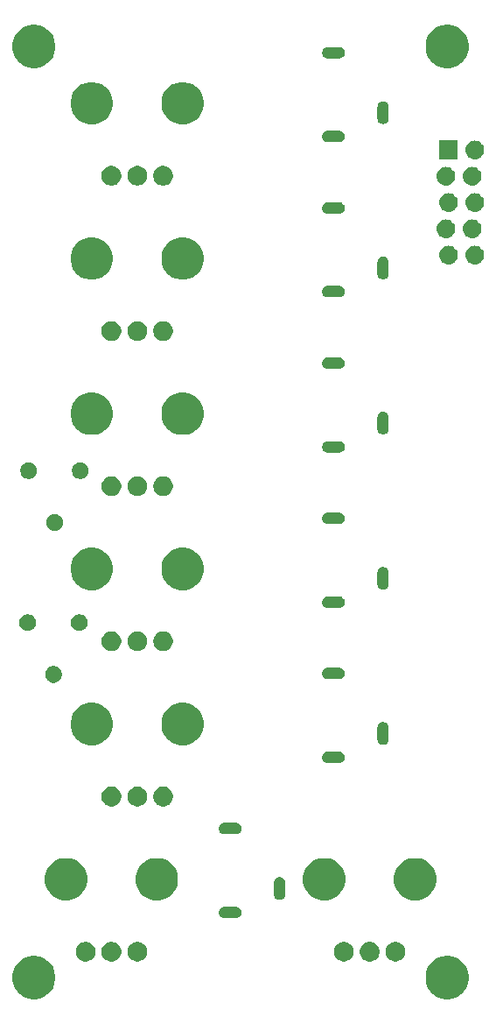
<source format=gbs>
G04 #@! TF.GenerationSoftware,KiCad,Pcbnew,(5.1.0)-1*
G04 #@! TF.CreationDate,2019-05-27T16:53:05-04:00*
G04 #@! TF.ProjectId,VCA,5643412e-6b69-4636-9164-5f7063625858,rev?*
G04 #@! TF.SameCoordinates,Original*
G04 #@! TF.FileFunction,Soldermask,Bot*
G04 #@! TF.FilePolarity,Negative*
%FSLAX46Y46*%
G04 Gerber Fmt 4.6, Leading zero omitted, Abs format (unit mm)*
G04 Created by KiCad (PCBNEW (5.1.0)-1) date 2019-05-27 16:53:05*
%MOMM*%
%LPD*%
G04 APERTURE LIST*
%ADD10C,0.100000*%
G04 APERTURE END LIST*
D10*
G36*
X85373404Y-122950466D02*
G01*
X85607589Y-122997048D01*
X85986671Y-123154069D01*
X86327835Y-123382028D01*
X86617972Y-123672165D01*
X86845931Y-124013329D01*
X87002952Y-124392411D01*
X87083000Y-124794842D01*
X87083000Y-125205158D01*
X87002952Y-125607589D01*
X86845931Y-125986671D01*
X86617972Y-126327835D01*
X86327835Y-126617972D01*
X85986671Y-126845931D01*
X85607589Y-127002952D01*
X85406373Y-127042976D01*
X85205159Y-127083000D01*
X84794841Y-127083000D01*
X84593627Y-127042976D01*
X84392411Y-127002952D01*
X84013329Y-126845931D01*
X83672165Y-126617972D01*
X83382028Y-126327835D01*
X83154069Y-125986671D01*
X82997048Y-125607589D01*
X82917000Y-125205158D01*
X82917000Y-124794842D01*
X82997048Y-124392411D01*
X83154069Y-124013329D01*
X83382028Y-123672165D01*
X83672165Y-123382028D01*
X84013329Y-123154069D01*
X84392411Y-122997048D01*
X84626596Y-122950466D01*
X84794841Y-122917000D01*
X85205159Y-122917000D01*
X85373404Y-122950466D01*
X85373404Y-122950466D01*
G37*
G36*
X45373404Y-122950466D02*
G01*
X45607589Y-122997048D01*
X45986671Y-123154069D01*
X46327835Y-123382028D01*
X46617972Y-123672165D01*
X46845931Y-124013329D01*
X47002952Y-124392411D01*
X47083000Y-124794842D01*
X47083000Y-125205158D01*
X47002952Y-125607589D01*
X46845931Y-125986671D01*
X46617972Y-126327835D01*
X46327835Y-126617972D01*
X45986671Y-126845931D01*
X45607589Y-127002952D01*
X45406373Y-127042976D01*
X45205159Y-127083000D01*
X44794841Y-127083000D01*
X44593627Y-127042976D01*
X44392411Y-127002952D01*
X44013329Y-126845931D01*
X43672165Y-126617972D01*
X43382028Y-126327835D01*
X43154069Y-125986671D01*
X42997048Y-125607589D01*
X42917000Y-125205158D01*
X42917000Y-124794842D01*
X42997048Y-124392411D01*
X43154069Y-124013329D01*
X43382028Y-123672165D01*
X43672165Y-123382028D01*
X44013329Y-123154069D01*
X44392411Y-122997048D01*
X44626596Y-122950466D01*
X44794841Y-122917000D01*
X45205159Y-122917000D01*
X45373404Y-122950466D01*
X45373404Y-122950466D01*
G37*
G36*
X75277395Y-121585546D02*
G01*
X75450466Y-121657234D01*
X75450467Y-121657235D01*
X75606227Y-121761310D01*
X75738690Y-121893773D01*
X75738691Y-121893775D01*
X75842766Y-122049534D01*
X75914454Y-122222605D01*
X75951000Y-122406333D01*
X75951000Y-122593667D01*
X75914454Y-122777395D01*
X75842766Y-122950466D01*
X75842765Y-122950467D01*
X75738690Y-123106227D01*
X75606227Y-123238690D01*
X75527818Y-123291081D01*
X75450466Y-123342766D01*
X75277395Y-123414454D01*
X75093667Y-123451000D01*
X74906333Y-123451000D01*
X74722605Y-123414454D01*
X74549534Y-123342766D01*
X74472182Y-123291081D01*
X74393773Y-123238690D01*
X74261310Y-123106227D01*
X74157235Y-122950467D01*
X74157234Y-122950466D01*
X74085546Y-122777395D01*
X74049000Y-122593667D01*
X74049000Y-122406333D01*
X74085546Y-122222605D01*
X74157234Y-122049534D01*
X74261309Y-121893775D01*
X74261310Y-121893773D01*
X74393773Y-121761310D01*
X74549533Y-121657235D01*
X74549534Y-121657234D01*
X74722605Y-121585546D01*
X74906333Y-121549000D01*
X75093667Y-121549000D01*
X75277395Y-121585546D01*
X75277395Y-121585546D01*
G37*
G36*
X52777395Y-121585546D02*
G01*
X52950466Y-121657234D01*
X52950467Y-121657235D01*
X53106227Y-121761310D01*
X53238690Y-121893773D01*
X53238691Y-121893775D01*
X53342766Y-122049534D01*
X53414454Y-122222605D01*
X53451000Y-122406333D01*
X53451000Y-122593667D01*
X53414454Y-122777395D01*
X53342766Y-122950466D01*
X53342765Y-122950467D01*
X53238690Y-123106227D01*
X53106227Y-123238690D01*
X53027818Y-123291081D01*
X52950466Y-123342766D01*
X52777395Y-123414454D01*
X52593667Y-123451000D01*
X52406333Y-123451000D01*
X52222605Y-123414454D01*
X52049534Y-123342766D01*
X51972182Y-123291081D01*
X51893773Y-123238690D01*
X51761310Y-123106227D01*
X51657235Y-122950467D01*
X51657234Y-122950466D01*
X51585546Y-122777395D01*
X51549000Y-122593667D01*
X51549000Y-122406333D01*
X51585546Y-122222605D01*
X51657234Y-122049534D01*
X51761309Y-121893775D01*
X51761310Y-121893773D01*
X51893773Y-121761310D01*
X52049533Y-121657235D01*
X52049534Y-121657234D01*
X52222605Y-121585546D01*
X52406333Y-121549000D01*
X52593667Y-121549000D01*
X52777395Y-121585546D01*
X52777395Y-121585546D01*
G37*
G36*
X55277395Y-121585546D02*
G01*
X55450466Y-121657234D01*
X55450467Y-121657235D01*
X55606227Y-121761310D01*
X55738690Y-121893773D01*
X55738691Y-121893775D01*
X55842766Y-122049534D01*
X55914454Y-122222605D01*
X55951000Y-122406333D01*
X55951000Y-122593667D01*
X55914454Y-122777395D01*
X55842766Y-122950466D01*
X55842765Y-122950467D01*
X55738690Y-123106227D01*
X55606227Y-123238690D01*
X55527818Y-123291081D01*
X55450466Y-123342766D01*
X55277395Y-123414454D01*
X55093667Y-123451000D01*
X54906333Y-123451000D01*
X54722605Y-123414454D01*
X54549534Y-123342766D01*
X54472182Y-123291081D01*
X54393773Y-123238690D01*
X54261310Y-123106227D01*
X54157235Y-122950467D01*
X54157234Y-122950466D01*
X54085546Y-122777395D01*
X54049000Y-122593667D01*
X54049000Y-122406333D01*
X54085546Y-122222605D01*
X54157234Y-122049534D01*
X54261309Y-121893775D01*
X54261310Y-121893773D01*
X54393773Y-121761310D01*
X54549533Y-121657235D01*
X54549534Y-121657234D01*
X54722605Y-121585546D01*
X54906333Y-121549000D01*
X55093667Y-121549000D01*
X55277395Y-121585546D01*
X55277395Y-121585546D01*
G37*
G36*
X50277395Y-121585546D02*
G01*
X50450466Y-121657234D01*
X50450467Y-121657235D01*
X50606227Y-121761310D01*
X50738690Y-121893773D01*
X50738691Y-121893775D01*
X50842766Y-122049534D01*
X50914454Y-122222605D01*
X50951000Y-122406333D01*
X50951000Y-122593667D01*
X50914454Y-122777395D01*
X50842766Y-122950466D01*
X50842765Y-122950467D01*
X50738690Y-123106227D01*
X50606227Y-123238690D01*
X50527818Y-123291081D01*
X50450466Y-123342766D01*
X50277395Y-123414454D01*
X50093667Y-123451000D01*
X49906333Y-123451000D01*
X49722605Y-123414454D01*
X49549534Y-123342766D01*
X49472182Y-123291081D01*
X49393773Y-123238690D01*
X49261310Y-123106227D01*
X49157235Y-122950467D01*
X49157234Y-122950466D01*
X49085546Y-122777395D01*
X49049000Y-122593667D01*
X49049000Y-122406333D01*
X49085546Y-122222605D01*
X49157234Y-122049534D01*
X49261309Y-121893775D01*
X49261310Y-121893773D01*
X49393773Y-121761310D01*
X49549533Y-121657235D01*
X49549534Y-121657234D01*
X49722605Y-121585546D01*
X49906333Y-121549000D01*
X50093667Y-121549000D01*
X50277395Y-121585546D01*
X50277395Y-121585546D01*
G37*
G36*
X80277395Y-121585546D02*
G01*
X80450466Y-121657234D01*
X80450467Y-121657235D01*
X80606227Y-121761310D01*
X80738690Y-121893773D01*
X80738691Y-121893775D01*
X80842766Y-122049534D01*
X80914454Y-122222605D01*
X80951000Y-122406333D01*
X80951000Y-122593667D01*
X80914454Y-122777395D01*
X80842766Y-122950466D01*
X80842765Y-122950467D01*
X80738690Y-123106227D01*
X80606227Y-123238690D01*
X80527818Y-123291081D01*
X80450466Y-123342766D01*
X80277395Y-123414454D01*
X80093667Y-123451000D01*
X79906333Y-123451000D01*
X79722605Y-123414454D01*
X79549534Y-123342766D01*
X79472182Y-123291081D01*
X79393773Y-123238690D01*
X79261310Y-123106227D01*
X79157235Y-122950467D01*
X79157234Y-122950466D01*
X79085546Y-122777395D01*
X79049000Y-122593667D01*
X79049000Y-122406333D01*
X79085546Y-122222605D01*
X79157234Y-122049534D01*
X79261309Y-121893775D01*
X79261310Y-121893773D01*
X79393773Y-121761310D01*
X79549533Y-121657235D01*
X79549534Y-121657234D01*
X79722605Y-121585546D01*
X79906333Y-121549000D01*
X80093667Y-121549000D01*
X80277395Y-121585546D01*
X80277395Y-121585546D01*
G37*
G36*
X77777395Y-121585546D02*
G01*
X77950466Y-121657234D01*
X77950467Y-121657235D01*
X78106227Y-121761310D01*
X78238690Y-121893773D01*
X78238691Y-121893775D01*
X78342766Y-122049534D01*
X78414454Y-122222605D01*
X78451000Y-122406333D01*
X78451000Y-122593667D01*
X78414454Y-122777395D01*
X78342766Y-122950466D01*
X78342765Y-122950467D01*
X78238690Y-123106227D01*
X78106227Y-123238690D01*
X78027818Y-123291081D01*
X77950466Y-123342766D01*
X77777395Y-123414454D01*
X77593667Y-123451000D01*
X77406333Y-123451000D01*
X77222605Y-123414454D01*
X77049534Y-123342766D01*
X76972182Y-123291081D01*
X76893773Y-123238690D01*
X76761310Y-123106227D01*
X76657235Y-122950467D01*
X76657234Y-122950466D01*
X76585546Y-122777395D01*
X76549000Y-122593667D01*
X76549000Y-122406333D01*
X76585546Y-122222605D01*
X76657234Y-122049534D01*
X76761309Y-121893775D01*
X76761310Y-121893773D01*
X76893773Y-121761310D01*
X77049533Y-121657235D01*
X77049534Y-121657234D01*
X77222605Y-121585546D01*
X77406333Y-121549000D01*
X77593667Y-121549000D01*
X77777395Y-121585546D01*
X77777395Y-121585546D01*
G37*
G36*
X64658015Y-118156973D02*
G01*
X64761879Y-118188479D01*
X64789055Y-118203005D01*
X64857600Y-118239643D01*
X64941501Y-118308499D01*
X65010357Y-118392400D01*
X65046995Y-118460945D01*
X65061521Y-118488121D01*
X65093027Y-118591985D01*
X65103666Y-118700000D01*
X65093027Y-118808015D01*
X65061521Y-118911879D01*
X65061519Y-118911882D01*
X65010357Y-119007600D01*
X64941501Y-119091501D01*
X64857600Y-119160357D01*
X64789055Y-119196995D01*
X64761879Y-119211521D01*
X64658015Y-119243027D01*
X64577067Y-119251000D01*
X63422933Y-119251000D01*
X63341985Y-119243027D01*
X63238121Y-119211521D01*
X63210945Y-119196995D01*
X63142400Y-119160357D01*
X63058499Y-119091501D01*
X62989643Y-119007600D01*
X62938481Y-118911882D01*
X62938479Y-118911879D01*
X62906973Y-118808015D01*
X62896334Y-118700000D01*
X62906973Y-118591985D01*
X62938479Y-118488121D01*
X62953005Y-118460945D01*
X62989643Y-118392400D01*
X63058499Y-118308499D01*
X63142400Y-118239643D01*
X63210945Y-118203005D01*
X63238121Y-118188479D01*
X63341985Y-118156973D01*
X63422933Y-118149000D01*
X64577067Y-118149000D01*
X64658015Y-118156973D01*
X64658015Y-118156973D01*
G37*
G36*
X73698254Y-113527818D02*
G01*
X74071511Y-113682426D01*
X74071513Y-113682427D01*
X74407436Y-113906884D01*
X74693116Y-114192564D01*
X74917574Y-114528489D01*
X75072182Y-114901746D01*
X75151000Y-115297993D01*
X75151000Y-115702007D01*
X75072182Y-116098254D01*
X74917574Y-116471511D01*
X74917573Y-116471513D01*
X74693116Y-116807436D01*
X74407436Y-117093116D01*
X74071513Y-117317573D01*
X74071512Y-117317574D01*
X74071511Y-117317574D01*
X73698254Y-117472182D01*
X73302007Y-117551000D01*
X72897993Y-117551000D01*
X72501746Y-117472182D01*
X72128489Y-117317574D01*
X72128488Y-117317574D01*
X72128487Y-117317573D01*
X71792564Y-117093116D01*
X71506884Y-116807436D01*
X71282427Y-116471513D01*
X71282426Y-116471511D01*
X71127818Y-116098254D01*
X71049000Y-115702007D01*
X71049000Y-115297993D01*
X71127818Y-114901746D01*
X71282426Y-114528489D01*
X71506884Y-114192564D01*
X71792564Y-113906884D01*
X72128487Y-113682427D01*
X72128489Y-113682426D01*
X72501746Y-113527818D01*
X72897993Y-113449000D01*
X73302007Y-113449000D01*
X73698254Y-113527818D01*
X73698254Y-113527818D01*
G37*
G36*
X82498254Y-113527818D02*
G01*
X82871511Y-113682426D01*
X82871513Y-113682427D01*
X83207436Y-113906884D01*
X83493116Y-114192564D01*
X83717574Y-114528489D01*
X83872182Y-114901746D01*
X83951000Y-115297993D01*
X83951000Y-115702007D01*
X83872182Y-116098254D01*
X83717574Y-116471511D01*
X83717573Y-116471513D01*
X83493116Y-116807436D01*
X83207436Y-117093116D01*
X82871513Y-117317573D01*
X82871512Y-117317574D01*
X82871511Y-117317574D01*
X82498254Y-117472182D01*
X82102007Y-117551000D01*
X81697993Y-117551000D01*
X81301746Y-117472182D01*
X80928489Y-117317574D01*
X80928488Y-117317574D01*
X80928487Y-117317573D01*
X80592564Y-117093116D01*
X80306884Y-116807436D01*
X80082427Y-116471513D01*
X80082426Y-116471511D01*
X79927818Y-116098254D01*
X79849000Y-115702007D01*
X79849000Y-115297993D01*
X79927818Y-114901746D01*
X80082426Y-114528489D01*
X80306884Y-114192564D01*
X80592564Y-113906884D01*
X80928487Y-113682427D01*
X80928489Y-113682426D01*
X81301746Y-113527818D01*
X81697993Y-113449000D01*
X82102007Y-113449000D01*
X82498254Y-113527818D01*
X82498254Y-113527818D01*
G37*
G36*
X57498254Y-113527818D02*
G01*
X57871511Y-113682426D01*
X57871513Y-113682427D01*
X58207436Y-113906884D01*
X58493116Y-114192564D01*
X58717574Y-114528489D01*
X58872182Y-114901746D01*
X58951000Y-115297993D01*
X58951000Y-115702007D01*
X58872182Y-116098254D01*
X58717574Y-116471511D01*
X58717573Y-116471513D01*
X58493116Y-116807436D01*
X58207436Y-117093116D01*
X57871513Y-117317573D01*
X57871512Y-117317574D01*
X57871511Y-117317574D01*
X57498254Y-117472182D01*
X57102007Y-117551000D01*
X56697993Y-117551000D01*
X56301746Y-117472182D01*
X55928489Y-117317574D01*
X55928488Y-117317574D01*
X55928487Y-117317573D01*
X55592564Y-117093116D01*
X55306884Y-116807436D01*
X55082427Y-116471513D01*
X55082426Y-116471511D01*
X54927818Y-116098254D01*
X54849000Y-115702007D01*
X54849000Y-115297993D01*
X54927818Y-114901746D01*
X55082426Y-114528489D01*
X55306884Y-114192564D01*
X55592564Y-113906884D01*
X55928487Y-113682427D01*
X55928489Y-113682426D01*
X56301746Y-113527818D01*
X56697993Y-113449000D01*
X57102007Y-113449000D01*
X57498254Y-113527818D01*
X57498254Y-113527818D01*
G37*
G36*
X48698254Y-113527818D02*
G01*
X49071511Y-113682426D01*
X49071513Y-113682427D01*
X49407436Y-113906884D01*
X49693116Y-114192564D01*
X49917574Y-114528489D01*
X50072182Y-114901746D01*
X50151000Y-115297993D01*
X50151000Y-115702007D01*
X50072182Y-116098254D01*
X49917574Y-116471511D01*
X49917573Y-116471513D01*
X49693116Y-116807436D01*
X49407436Y-117093116D01*
X49071513Y-117317573D01*
X49071512Y-117317574D01*
X49071511Y-117317574D01*
X48698254Y-117472182D01*
X48302007Y-117551000D01*
X47897993Y-117551000D01*
X47501746Y-117472182D01*
X47128489Y-117317574D01*
X47128488Y-117317574D01*
X47128487Y-117317573D01*
X46792564Y-117093116D01*
X46506884Y-116807436D01*
X46282427Y-116471513D01*
X46282426Y-116471511D01*
X46127818Y-116098254D01*
X46049000Y-115702007D01*
X46049000Y-115297993D01*
X46127818Y-114901746D01*
X46282426Y-114528489D01*
X46506884Y-114192564D01*
X46792564Y-113906884D01*
X47128487Y-113682427D01*
X47128489Y-113682426D01*
X47501746Y-113527818D01*
X47897993Y-113449000D01*
X48302007Y-113449000D01*
X48698254Y-113527818D01*
X48698254Y-113527818D01*
G37*
G36*
X68908014Y-115306973D02*
G01*
X69011878Y-115338479D01*
X69055907Y-115362013D01*
X69107599Y-115389643D01*
X69107601Y-115389644D01*
X69107600Y-115389644D01*
X69191501Y-115458499D01*
X69260356Y-115542400D01*
X69311521Y-115638121D01*
X69343027Y-115741985D01*
X69351000Y-115822933D01*
X69351000Y-116977067D01*
X69343027Y-117058015D01*
X69311521Y-117161879D01*
X69311519Y-117161882D01*
X69260357Y-117257600D01*
X69191501Y-117341501D01*
X69107600Y-117410357D01*
X69039055Y-117446995D01*
X69011879Y-117461521D01*
X68908015Y-117493027D01*
X68800000Y-117503666D01*
X68691986Y-117493027D01*
X68588122Y-117461521D01*
X68560946Y-117446995D01*
X68492401Y-117410357D01*
X68408500Y-117341501D01*
X68339644Y-117257600D01*
X68288482Y-117161882D01*
X68288480Y-117161879D01*
X68256974Y-117058015D01*
X68249001Y-116977067D01*
X68249000Y-115822934D01*
X68256973Y-115741986D01*
X68288479Y-115638122D01*
X68339644Y-115542400D01*
X68408499Y-115458499D01*
X68492400Y-115389644D01*
X68492399Y-115389644D01*
X68492401Y-115389643D01*
X68544093Y-115362013D01*
X68588121Y-115338479D01*
X68691985Y-115306973D01*
X68800000Y-115296334D01*
X68908014Y-115306973D01*
X68908014Y-115306973D01*
G37*
G36*
X64658015Y-110056973D02*
G01*
X64761879Y-110088479D01*
X64789055Y-110103005D01*
X64857600Y-110139643D01*
X64941501Y-110208499D01*
X65010357Y-110292400D01*
X65046995Y-110360945D01*
X65061521Y-110388121D01*
X65093027Y-110491985D01*
X65103666Y-110600000D01*
X65093027Y-110708015D01*
X65061521Y-110811879D01*
X65061519Y-110811882D01*
X65010357Y-110907600D01*
X64941501Y-110991501D01*
X64857600Y-111060357D01*
X64789055Y-111096995D01*
X64761879Y-111111521D01*
X64658015Y-111143027D01*
X64577067Y-111151000D01*
X63422933Y-111151000D01*
X63341985Y-111143027D01*
X63238121Y-111111521D01*
X63210945Y-111096995D01*
X63142400Y-111060357D01*
X63058499Y-110991501D01*
X62989643Y-110907600D01*
X62938481Y-110811882D01*
X62938479Y-110811879D01*
X62906973Y-110708015D01*
X62896334Y-110600000D01*
X62906973Y-110491985D01*
X62938479Y-110388121D01*
X62953005Y-110360945D01*
X62989643Y-110292400D01*
X63058499Y-110208499D01*
X63142400Y-110139643D01*
X63210945Y-110103005D01*
X63238121Y-110088479D01*
X63341985Y-110056973D01*
X63422933Y-110049000D01*
X64577067Y-110049000D01*
X64658015Y-110056973D01*
X64658015Y-110056973D01*
G37*
G36*
X52777395Y-106585546D02*
G01*
X52950466Y-106657234D01*
X52950467Y-106657235D01*
X53106227Y-106761310D01*
X53238690Y-106893773D01*
X53238691Y-106893775D01*
X53342766Y-107049534D01*
X53414454Y-107222605D01*
X53451000Y-107406333D01*
X53451000Y-107593667D01*
X53414454Y-107777395D01*
X53342766Y-107950466D01*
X53342765Y-107950467D01*
X53238690Y-108106227D01*
X53106227Y-108238690D01*
X53027818Y-108291081D01*
X52950466Y-108342766D01*
X52777395Y-108414454D01*
X52593667Y-108451000D01*
X52406333Y-108451000D01*
X52222605Y-108414454D01*
X52049534Y-108342766D01*
X51972182Y-108291081D01*
X51893773Y-108238690D01*
X51761310Y-108106227D01*
X51657235Y-107950467D01*
X51657234Y-107950466D01*
X51585546Y-107777395D01*
X51549000Y-107593667D01*
X51549000Y-107406333D01*
X51585546Y-107222605D01*
X51657234Y-107049534D01*
X51761309Y-106893775D01*
X51761310Y-106893773D01*
X51893773Y-106761310D01*
X52049533Y-106657235D01*
X52049534Y-106657234D01*
X52222605Y-106585546D01*
X52406333Y-106549000D01*
X52593667Y-106549000D01*
X52777395Y-106585546D01*
X52777395Y-106585546D01*
G37*
G36*
X55277395Y-106585546D02*
G01*
X55450466Y-106657234D01*
X55450467Y-106657235D01*
X55606227Y-106761310D01*
X55738690Y-106893773D01*
X55738691Y-106893775D01*
X55842766Y-107049534D01*
X55914454Y-107222605D01*
X55951000Y-107406333D01*
X55951000Y-107593667D01*
X55914454Y-107777395D01*
X55842766Y-107950466D01*
X55842765Y-107950467D01*
X55738690Y-108106227D01*
X55606227Y-108238690D01*
X55527818Y-108291081D01*
X55450466Y-108342766D01*
X55277395Y-108414454D01*
X55093667Y-108451000D01*
X54906333Y-108451000D01*
X54722605Y-108414454D01*
X54549534Y-108342766D01*
X54472182Y-108291081D01*
X54393773Y-108238690D01*
X54261310Y-108106227D01*
X54157235Y-107950467D01*
X54157234Y-107950466D01*
X54085546Y-107777395D01*
X54049000Y-107593667D01*
X54049000Y-107406333D01*
X54085546Y-107222605D01*
X54157234Y-107049534D01*
X54261309Y-106893775D01*
X54261310Y-106893773D01*
X54393773Y-106761310D01*
X54549533Y-106657235D01*
X54549534Y-106657234D01*
X54722605Y-106585546D01*
X54906333Y-106549000D01*
X55093667Y-106549000D01*
X55277395Y-106585546D01*
X55277395Y-106585546D01*
G37*
G36*
X57777395Y-106585546D02*
G01*
X57950466Y-106657234D01*
X57950467Y-106657235D01*
X58106227Y-106761310D01*
X58238690Y-106893773D01*
X58238691Y-106893775D01*
X58342766Y-107049534D01*
X58414454Y-107222605D01*
X58451000Y-107406333D01*
X58451000Y-107593667D01*
X58414454Y-107777395D01*
X58342766Y-107950466D01*
X58342765Y-107950467D01*
X58238690Y-108106227D01*
X58106227Y-108238690D01*
X58027818Y-108291081D01*
X57950466Y-108342766D01*
X57777395Y-108414454D01*
X57593667Y-108451000D01*
X57406333Y-108451000D01*
X57222605Y-108414454D01*
X57049534Y-108342766D01*
X56972182Y-108291081D01*
X56893773Y-108238690D01*
X56761310Y-108106227D01*
X56657235Y-107950467D01*
X56657234Y-107950466D01*
X56585546Y-107777395D01*
X56549000Y-107593667D01*
X56549000Y-107406333D01*
X56585546Y-107222605D01*
X56657234Y-107049534D01*
X56761309Y-106893775D01*
X56761310Y-106893773D01*
X56893773Y-106761310D01*
X57049533Y-106657235D01*
X57049534Y-106657234D01*
X57222605Y-106585546D01*
X57406333Y-106549000D01*
X57593667Y-106549000D01*
X57777395Y-106585546D01*
X57777395Y-106585546D01*
G37*
G36*
X74658015Y-103156973D02*
G01*
X74761879Y-103188479D01*
X74789055Y-103203005D01*
X74857600Y-103239643D01*
X74941501Y-103308499D01*
X75010357Y-103392400D01*
X75046995Y-103460945D01*
X75061521Y-103488121D01*
X75093027Y-103591985D01*
X75103666Y-103700000D01*
X75093027Y-103808015D01*
X75061521Y-103911879D01*
X75061519Y-103911882D01*
X75010357Y-104007600D01*
X74941501Y-104091501D01*
X74857600Y-104160357D01*
X74789055Y-104196995D01*
X74761879Y-104211521D01*
X74658015Y-104243027D01*
X74577067Y-104251000D01*
X73422933Y-104251000D01*
X73341985Y-104243027D01*
X73238121Y-104211521D01*
X73210945Y-104196995D01*
X73142400Y-104160357D01*
X73058499Y-104091501D01*
X72989643Y-104007600D01*
X72938481Y-103911882D01*
X72938479Y-103911879D01*
X72906973Y-103808015D01*
X72896334Y-103700000D01*
X72906973Y-103591985D01*
X72938479Y-103488121D01*
X72953005Y-103460945D01*
X72989643Y-103392400D01*
X73058499Y-103308499D01*
X73142400Y-103239643D01*
X73210945Y-103203005D01*
X73238121Y-103188479D01*
X73341985Y-103156973D01*
X73422933Y-103149000D01*
X74577067Y-103149000D01*
X74658015Y-103156973D01*
X74658015Y-103156973D01*
G37*
G36*
X59998254Y-98527818D02*
G01*
X60371511Y-98682426D01*
X60371513Y-98682427D01*
X60707436Y-98906884D01*
X60993116Y-99192564D01*
X61217574Y-99528489D01*
X61372182Y-99901746D01*
X61451000Y-100297993D01*
X61451000Y-100702007D01*
X61372182Y-101098254D01*
X61217574Y-101471511D01*
X61217573Y-101471513D01*
X60993116Y-101807436D01*
X60707436Y-102093116D01*
X60371513Y-102317573D01*
X60371512Y-102317574D01*
X60371511Y-102317574D01*
X59998254Y-102472182D01*
X59602007Y-102551000D01*
X59197993Y-102551000D01*
X58801746Y-102472182D01*
X58428489Y-102317574D01*
X58428488Y-102317574D01*
X58428487Y-102317573D01*
X58092564Y-102093116D01*
X57806884Y-101807436D01*
X57582427Y-101471513D01*
X57582426Y-101471511D01*
X57427818Y-101098254D01*
X57349000Y-100702007D01*
X57349000Y-100297993D01*
X57427818Y-99901746D01*
X57582426Y-99528489D01*
X57806884Y-99192564D01*
X58092564Y-98906884D01*
X58428487Y-98682427D01*
X58428489Y-98682426D01*
X58801746Y-98527818D01*
X59197993Y-98449000D01*
X59602007Y-98449000D01*
X59998254Y-98527818D01*
X59998254Y-98527818D01*
G37*
G36*
X51198254Y-98527818D02*
G01*
X51571511Y-98682426D01*
X51571513Y-98682427D01*
X51907436Y-98906884D01*
X52193116Y-99192564D01*
X52417574Y-99528489D01*
X52572182Y-99901746D01*
X52651000Y-100297993D01*
X52651000Y-100702007D01*
X52572182Y-101098254D01*
X52417574Y-101471511D01*
X52417573Y-101471513D01*
X52193116Y-101807436D01*
X51907436Y-102093116D01*
X51571513Y-102317573D01*
X51571512Y-102317574D01*
X51571511Y-102317574D01*
X51198254Y-102472182D01*
X50802007Y-102551000D01*
X50397993Y-102551000D01*
X50001746Y-102472182D01*
X49628489Y-102317574D01*
X49628488Y-102317574D01*
X49628487Y-102317573D01*
X49292564Y-102093116D01*
X49006884Y-101807436D01*
X48782427Y-101471513D01*
X48782426Y-101471511D01*
X48627818Y-101098254D01*
X48549000Y-100702007D01*
X48549000Y-100297993D01*
X48627818Y-99901746D01*
X48782426Y-99528489D01*
X49006884Y-99192564D01*
X49292564Y-98906884D01*
X49628487Y-98682427D01*
X49628489Y-98682426D01*
X50001746Y-98527818D01*
X50397993Y-98449000D01*
X50802007Y-98449000D01*
X51198254Y-98527818D01*
X51198254Y-98527818D01*
G37*
G36*
X78908014Y-100306973D02*
G01*
X79011878Y-100338479D01*
X79055907Y-100362013D01*
X79107599Y-100389643D01*
X79107601Y-100389644D01*
X79107600Y-100389644D01*
X79191501Y-100458499D01*
X79260356Y-100542400D01*
X79311521Y-100638121D01*
X79343027Y-100741985D01*
X79351000Y-100822933D01*
X79351000Y-101977067D01*
X79343027Y-102058015D01*
X79311521Y-102161879D01*
X79311519Y-102161882D01*
X79260357Y-102257600D01*
X79191501Y-102341501D01*
X79107600Y-102410357D01*
X79039055Y-102446995D01*
X79011879Y-102461521D01*
X78908015Y-102493027D01*
X78800000Y-102503666D01*
X78691986Y-102493027D01*
X78588122Y-102461521D01*
X78560946Y-102446995D01*
X78492401Y-102410357D01*
X78408500Y-102341501D01*
X78339644Y-102257600D01*
X78288482Y-102161882D01*
X78288480Y-102161879D01*
X78256974Y-102058015D01*
X78249001Y-101977067D01*
X78249000Y-100822934D01*
X78256973Y-100741986D01*
X78288479Y-100638122D01*
X78339644Y-100542400D01*
X78408499Y-100458499D01*
X78492400Y-100389644D01*
X78492399Y-100389644D01*
X78492401Y-100389643D01*
X78544093Y-100362013D01*
X78588121Y-100338479D01*
X78691985Y-100306973D01*
X78800000Y-100296334D01*
X78908014Y-100306973D01*
X78908014Y-100306973D01*
G37*
G36*
X47137142Y-94918242D02*
G01*
X47285101Y-94979529D01*
X47418255Y-95068499D01*
X47531501Y-95181745D01*
X47620471Y-95314899D01*
X47681758Y-95462858D01*
X47713000Y-95619925D01*
X47713000Y-95780075D01*
X47681758Y-95937142D01*
X47620471Y-96085101D01*
X47531501Y-96218255D01*
X47418255Y-96331501D01*
X47285101Y-96420471D01*
X47137142Y-96481758D01*
X46980075Y-96513000D01*
X46819925Y-96513000D01*
X46662858Y-96481758D01*
X46514899Y-96420471D01*
X46381745Y-96331501D01*
X46268499Y-96218255D01*
X46179529Y-96085101D01*
X46118242Y-95937142D01*
X46087000Y-95780075D01*
X46087000Y-95619925D01*
X46118242Y-95462858D01*
X46179529Y-95314899D01*
X46268499Y-95181745D01*
X46381745Y-95068499D01*
X46514899Y-94979529D01*
X46662858Y-94918242D01*
X46819925Y-94887000D01*
X46980075Y-94887000D01*
X47137142Y-94918242D01*
X47137142Y-94918242D01*
G37*
G36*
X74658015Y-95056973D02*
G01*
X74761879Y-95088479D01*
X74789055Y-95103005D01*
X74857600Y-95139643D01*
X74941501Y-95208499D01*
X75010357Y-95292400D01*
X75022383Y-95314900D01*
X75061521Y-95388121D01*
X75093027Y-95491985D01*
X75103666Y-95600000D01*
X75093027Y-95708015D01*
X75061521Y-95811879D01*
X75061519Y-95811882D01*
X75010357Y-95907600D01*
X74941501Y-95991501D01*
X74857600Y-96060357D01*
X74789055Y-96096995D01*
X74761879Y-96111521D01*
X74658015Y-96143027D01*
X74577067Y-96151000D01*
X73422933Y-96151000D01*
X73341985Y-96143027D01*
X73238121Y-96111521D01*
X73210945Y-96096995D01*
X73142400Y-96060357D01*
X73058499Y-95991501D01*
X72989643Y-95907600D01*
X72938481Y-95811882D01*
X72938479Y-95811879D01*
X72906973Y-95708015D01*
X72896334Y-95600000D01*
X72906973Y-95491985D01*
X72938479Y-95388121D01*
X72977617Y-95314900D01*
X72989643Y-95292400D01*
X73058499Y-95208499D01*
X73142400Y-95139643D01*
X73210945Y-95103005D01*
X73238121Y-95088479D01*
X73341985Y-95056973D01*
X73422933Y-95049000D01*
X74577067Y-95049000D01*
X74658015Y-95056973D01*
X74658015Y-95056973D01*
G37*
G36*
X55277395Y-91585546D02*
G01*
X55450466Y-91657234D01*
X55450467Y-91657235D01*
X55606227Y-91761310D01*
X55738690Y-91893773D01*
X55738691Y-91893775D01*
X55842766Y-92049534D01*
X55914454Y-92222605D01*
X55951000Y-92406333D01*
X55951000Y-92593667D01*
X55914454Y-92777395D01*
X55842766Y-92950466D01*
X55842765Y-92950467D01*
X55738690Y-93106227D01*
X55606227Y-93238690D01*
X55527818Y-93291081D01*
X55450466Y-93342766D01*
X55277395Y-93414454D01*
X55093667Y-93451000D01*
X54906333Y-93451000D01*
X54722605Y-93414454D01*
X54549534Y-93342766D01*
X54472182Y-93291081D01*
X54393773Y-93238690D01*
X54261310Y-93106227D01*
X54157235Y-92950467D01*
X54157234Y-92950466D01*
X54085546Y-92777395D01*
X54049000Y-92593667D01*
X54049000Y-92406333D01*
X54085546Y-92222605D01*
X54157234Y-92049534D01*
X54261309Y-91893775D01*
X54261310Y-91893773D01*
X54393773Y-91761310D01*
X54549533Y-91657235D01*
X54549534Y-91657234D01*
X54722605Y-91585546D01*
X54906333Y-91549000D01*
X55093667Y-91549000D01*
X55277395Y-91585546D01*
X55277395Y-91585546D01*
G37*
G36*
X52777395Y-91585546D02*
G01*
X52950466Y-91657234D01*
X52950467Y-91657235D01*
X53106227Y-91761310D01*
X53238690Y-91893773D01*
X53238691Y-91893775D01*
X53342766Y-92049534D01*
X53414454Y-92222605D01*
X53451000Y-92406333D01*
X53451000Y-92593667D01*
X53414454Y-92777395D01*
X53342766Y-92950466D01*
X53342765Y-92950467D01*
X53238690Y-93106227D01*
X53106227Y-93238690D01*
X53027818Y-93291081D01*
X52950466Y-93342766D01*
X52777395Y-93414454D01*
X52593667Y-93451000D01*
X52406333Y-93451000D01*
X52222605Y-93414454D01*
X52049534Y-93342766D01*
X51972182Y-93291081D01*
X51893773Y-93238690D01*
X51761310Y-93106227D01*
X51657235Y-92950467D01*
X51657234Y-92950466D01*
X51585546Y-92777395D01*
X51549000Y-92593667D01*
X51549000Y-92406333D01*
X51585546Y-92222605D01*
X51657234Y-92049534D01*
X51761309Y-91893775D01*
X51761310Y-91893773D01*
X51893773Y-91761310D01*
X52049533Y-91657235D01*
X52049534Y-91657234D01*
X52222605Y-91585546D01*
X52406333Y-91549000D01*
X52593667Y-91549000D01*
X52777395Y-91585546D01*
X52777395Y-91585546D01*
G37*
G36*
X57777395Y-91585546D02*
G01*
X57950466Y-91657234D01*
X57950467Y-91657235D01*
X58106227Y-91761310D01*
X58238690Y-91893773D01*
X58238691Y-91893775D01*
X58342766Y-92049534D01*
X58414454Y-92222605D01*
X58451000Y-92406333D01*
X58451000Y-92593667D01*
X58414454Y-92777395D01*
X58342766Y-92950466D01*
X58342765Y-92950467D01*
X58238690Y-93106227D01*
X58106227Y-93238690D01*
X58027818Y-93291081D01*
X57950466Y-93342766D01*
X57777395Y-93414454D01*
X57593667Y-93451000D01*
X57406333Y-93451000D01*
X57222605Y-93414454D01*
X57049534Y-93342766D01*
X56972182Y-93291081D01*
X56893773Y-93238690D01*
X56761310Y-93106227D01*
X56657235Y-92950467D01*
X56657234Y-92950466D01*
X56585546Y-92777395D01*
X56549000Y-92593667D01*
X56549000Y-92406333D01*
X56585546Y-92222605D01*
X56657234Y-92049534D01*
X56761309Y-91893775D01*
X56761310Y-91893773D01*
X56893773Y-91761310D01*
X57049533Y-91657235D01*
X57049534Y-91657234D01*
X57222605Y-91585546D01*
X57406333Y-91549000D01*
X57593667Y-91549000D01*
X57777395Y-91585546D01*
X57777395Y-91585546D01*
G37*
G36*
X44637142Y-89918242D02*
G01*
X44785101Y-89979529D01*
X44918255Y-90068499D01*
X45031501Y-90181745D01*
X45120471Y-90314899D01*
X45181758Y-90462858D01*
X45213000Y-90619925D01*
X45213000Y-90780075D01*
X45181758Y-90937142D01*
X45120471Y-91085101D01*
X45031501Y-91218255D01*
X44918255Y-91331501D01*
X44785101Y-91420471D01*
X44637142Y-91481758D01*
X44480075Y-91513000D01*
X44319925Y-91513000D01*
X44162858Y-91481758D01*
X44014899Y-91420471D01*
X43881745Y-91331501D01*
X43768499Y-91218255D01*
X43679529Y-91085101D01*
X43618242Y-90937142D01*
X43587000Y-90780075D01*
X43587000Y-90619925D01*
X43618242Y-90462858D01*
X43679529Y-90314899D01*
X43768499Y-90181745D01*
X43881745Y-90068499D01*
X44014899Y-89979529D01*
X44162858Y-89918242D01*
X44319925Y-89887000D01*
X44480075Y-89887000D01*
X44637142Y-89918242D01*
X44637142Y-89918242D01*
G37*
G36*
X49637142Y-89918242D02*
G01*
X49785101Y-89979529D01*
X49918255Y-90068499D01*
X50031501Y-90181745D01*
X50120471Y-90314899D01*
X50181758Y-90462858D01*
X50213000Y-90619925D01*
X50213000Y-90780075D01*
X50181758Y-90937142D01*
X50120471Y-91085101D01*
X50031501Y-91218255D01*
X49918255Y-91331501D01*
X49785101Y-91420471D01*
X49637142Y-91481758D01*
X49480075Y-91513000D01*
X49319925Y-91513000D01*
X49162858Y-91481758D01*
X49014899Y-91420471D01*
X48881745Y-91331501D01*
X48768499Y-91218255D01*
X48679529Y-91085101D01*
X48618242Y-90937142D01*
X48587000Y-90780075D01*
X48587000Y-90619925D01*
X48618242Y-90462858D01*
X48679529Y-90314899D01*
X48768499Y-90181745D01*
X48881745Y-90068499D01*
X49014899Y-89979529D01*
X49162858Y-89918242D01*
X49319925Y-89887000D01*
X49480075Y-89887000D01*
X49637142Y-89918242D01*
X49637142Y-89918242D01*
G37*
G36*
X74658015Y-88156973D02*
G01*
X74761879Y-88188479D01*
X74789055Y-88203005D01*
X74857600Y-88239643D01*
X74941501Y-88308499D01*
X75010357Y-88392400D01*
X75046995Y-88460945D01*
X75061521Y-88488121D01*
X75093027Y-88591985D01*
X75103666Y-88700000D01*
X75093027Y-88808015D01*
X75061521Y-88911879D01*
X75061519Y-88911882D01*
X75010357Y-89007600D01*
X74941501Y-89091501D01*
X74857600Y-89160357D01*
X74789055Y-89196995D01*
X74761879Y-89211521D01*
X74658015Y-89243027D01*
X74577067Y-89251000D01*
X73422933Y-89251000D01*
X73341985Y-89243027D01*
X73238121Y-89211521D01*
X73210945Y-89196995D01*
X73142400Y-89160357D01*
X73058499Y-89091501D01*
X72989643Y-89007600D01*
X72938481Y-88911882D01*
X72938479Y-88911879D01*
X72906973Y-88808015D01*
X72896334Y-88700000D01*
X72906973Y-88591985D01*
X72938479Y-88488121D01*
X72953005Y-88460945D01*
X72989643Y-88392400D01*
X73058499Y-88308499D01*
X73142400Y-88239643D01*
X73210945Y-88203005D01*
X73238121Y-88188479D01*
X73341985Y-88156973D01*
X73422933Y-88149000D01*
X74577067Y-88149000D01*
X74658015Y-88156973D01*
X74658015Y-88156973D01*
G37*
G36*
X59998254Y-83527818D02*
G01*
X60371511Y-83682426D01*
X60371513Y-83682427D01*
X60707436Y-83906884D01*
X60993116Y-84192564D01*
X61217574Y-84528489D01*
X61372182Y-84901746D01*
X61451000Y-85297993D01*
X61451000Y-85702007D01*
X61372182Y-86098254D01*
X61217574Y-86471511D01*
X61217573Y-86471513D01*
X60993116Y-86807436D01*
X60707436Y-87093116D01*
X60371513Y-87317573D01*
X60371512Y-87317574D01*
X60371511Y-87317574D01*
X59998254Y-87472182D01*
X59602007Y-87551000D01*
X59197993Y-87551000D01*
X58801746Y-87472182D01*
X58428489Y-87317574D01*
X58428488Y-87317574D01*
X58428487Y-87317573D01*
X58092564Y-87093116D01*
X57806884Y-86807436D01*
X57582427Y-86471513D01*
X57582426Y-86471511D01*
X57427818Y-86098254D01*
X57349000Y-85702007D01*
X57349000Y-85297993D01*
X57427818Y-84901746D01*
X57582426Y-84528489D01*
X57806884Y-84192564D01*
X58092564Y-83906884D01*
X58428487Y-83682427D01*
X58428489Y-83682426D01*
X58801746Y-83527818D01*
X59197993Y-83449000D01*
X59602007Y-83449000D01*
X59998254Y-83527818D01*
X59998254Y-83527818D01*
G37*
G36*
X51198254Y-83527818D02*
G01*
X51571511Y-83682426D01*
X51571513Y-83682427D01*
X51907436Y-83906884D01*
X52193116Y-84192564D01*
X52417574Y-84528489D01*
X52572182Y-84901746D01*
X52651000Y-85297993D01*
X52651000Y-85702007D01*
X52572182Y-86098254D01*
X52417574Y-86471511D01*
X52417573Y-86471513D01*
X52193116Y-86807436D01*
X51907436Y-87093116D01*
X51571513Y-87317573D01*
X51571512Y-87317574D01*
X51571511Y-87317574D01*
X51198254Y-87472182D01*
X50802007Y-87551000D01*
X50397993Y-87551000D01*
X50001746Y-87472182D01*
X49628489Y-87317574D01*
X49628488Y-87317574D01*
X49628487Y-87317573D01*
X49292564Y-87093116D01*
X49006884Y-86807436D01*
X48782427Y-86471513D01*
X48782426Y-86471511D01*
X48627818Y-86098254D01*
X48549000Y-85702007D01*
X48549000Y-85297993D01*
X48627818Y-84901746D01*
X48782426Y-84528489D01*
X49006884Y-84192564D01*
X49292564Y-83906884D01*
X49628487Y-83682427D01*
X49628489Y-83682426D01*
X50001746Y-83527818D01*
X50397993Y-83449000D01*
X50802007Y-83449000D01*
X51198254Y-83527818D01*
X51198254Y-83527818D01*
G37*
G36*
X78908014Y-85306973D02*
G01*
X79011878Y-85338479D01*
X79055907Y-85362013D01*
X79107599Y-85389643D01*
X79107601Y-85389644D01*
X79107600Y-85389644D01*
X79191501Y-85458499D01*
X79260356Y-85542400D01*
X79311521Y-85638121D01*
X79343027Y-85741985D01*
X79351000Y-85822933D01*
X79351000Y-86977067D01*
X79343027Y-87058015D01*
X79311521Y-87161879D01*
X79311519Y-87161882D01*
X79260357Y-87257600D01*
X79191501Y-87341501D01*
X79107600Y-87410357D01*
X79039055Y-87446995D01*
X79011879Y-87461521D01*
X78908015Y-87493027D01*
X78800000Y-87503666D01*
X78691986Y-87493027D01*
X78588122Y-87461521D01*
X78560946Y-87446995D01*
X78492401Y-87410357D01*
X78408500Y-87341501D01*
X78339644Y-87257600D01*
X78288482Y-87161882D01*
X78288480Y-87161879D01*
X78256974Y-87058015D01*
X78249001Y-86977067D01*
X78249000Y-85822934D01*
X78256973Y-85741986D01*
X78288479Y-85638122D01*
X78339644Y-85542400D01*
X78408499Y-85458499D01*
X78492400Y-85389644D01*
X78492399Y-85389644D01*
X78492401Y-85389643D01*
X78544093Y-85362013D01*
X78588121Y-85338479D01*
X78691985Y-85306973D01*
X78800000Y-85296334D01*
X78908014Y-85306973D01*
X78908014Y-85306973D01*
G37*
G36*
X47237142Y-80218242D02*
G01*
X47385101Y-80279529D01*
X47518255Y-80368499D01*
X47631501Y-80481745D01*
X47720471Y-80614899D01*
X47781758Y-80762858D01*
X47813000Y-80919925D01*
X47813000Y-81080075D01*
X47781758Y-81237142D01*
X47720471Y-81385101D01*
X47631501Y-81518255D01*
X47518255Y-81631501D01*
X47385101Y-81720471D01*
X47237142Y-81781758D01*
X47080075Y-81813000D01*
X46919925Y-81813000D01*
X46762858Y-81781758D01*
X46614899Y-81720471D01*
X46481745Y-81631501D01*
X46368499Y-81518255D01*
X46279529Y-81385101D01*
X46218242Y-81237142D01*
X46187000Y-81080075D01*
X46187000Y-80919925D01*
X46218242Y-80762858D01*
X46279529Y-80614899D01*
X46368499Y-80481745D01*
X46481745Y-80368499D01*
X46614899Y-80279529D01*
X46762858Y-80218242D01*
X46919925Y-80187000D01*
X47080075Y-80187000D01*
X47237142Y-80218242D01*
X47237142Y-80218242D01*
G37*
G36*
X74658015Y-80056973D02*
G01*
X74761879Y-80088479D01*
X74789055Y-80103005D01*
X74857600Y-80139643D01*
X74941501Y-80208499D01*
X75010357Y-80292400D01*
X75046995Y-80360945D01*
X75061521Y-80388121D01*
X75093027Y-80491985D01*
X75103666Y-80600000D01*
X75093027Y-80708015D01*
X75061521Y-80811879D01*
X75061519Y-80811882D01*
X75010357Y-80907600D01*
X74941501Y-80991501D01*
X74857600Y-81060357D01*
X74789055Y-81096995D01*
X74761879Y-81111521D01*
X74658015Y-81143027D01*
X74577067Y-81151000D01*
X73422933Y-81151000D01*
X73341985Y-81143027D01*
X73238121Y-81111521D01*
X73210945Y-81096995D01*
X73142400Y-81060357D01*
X73058499Y-80991501D01*
X72989643Y-80907600D01*
X72938481Y-80811882D01*
X72938479Y-80811879D01*
X72906973Y-80708015D01*
X72896334Y-80600000D01*
X72906973Y-80491985D01*
X72938479Y-80388121D01*
X72953005Y-80360945D01*
X72989643Y-80292400D01*
X73058499Y-80208499D01*
X73142400Y-80139643D01*
X73210945Y-80103005D01*
X73238121Y-80088479D01*
X73341985Y-80056973D01*
X73422933Y-80049000D01*
X74577067Y-80049000D01*
X74658015Y-80056973D01*
X74658015Y-80056973D01*
G37*
G36*
X52777395Y-76585546D02*
G01*
X52950466Y-76657234D01*
X52950467Y-76657235D01*
X53106227Y-76761310D01*
X53238690Y-76893773D01*
X53238691Y-76893775D01*
X53342766Y-77049534D01*
X53414454Y-77222605D01*
X53451000Y-77406333D01*
X53451000Y-77593667D01*
X53414454Y-77777395D01*
X53342766Y-77950466D01*
X53342765Y-77950467D01*
X53238690Y-78106227D01*
X53106227Y-78238690D01*
X53027818Y-78291081D01*
X52950466Y-78342766D01*
X52777395Y-78414454D01*
X52593667Y-78451000D01*
X52406333Y-78451000D01*
X52222605Y-78414454D01*
X52049534Y-78342766D01*
X51972182Y-78291081D01*
X51893773Y-78238690D01*
X51761310Y-78106227D01*
X51657235Y-77950467D01*
X51657234Y-77950466D01*
X51585546Y-77777395D01*
X51549000Y-77593667D01*
X51549000Y-77406333D01*
X51585546Y-77222605D01*
X51657234Y-77049534D01*
X51761309Y-76893775D01*
X51761310Y-76893773D01*
X51893773Y-76761310D01*
X52049533Y-76657235D01*
X52049534Y-76657234D01*
X52222605Y-76585546D01*
X52406333Y-76549000D01*
X52593667Y-76549000D01*
X52777395Y-76585546D01*
X52777395Y-76585546D01*
G37*
G36*
X55277395Y-76585546D02*
G01*
X55450466Y-76657234D01*
X55450467Y-76657235D01*
X55606227Y-76761310D01*
X55738690Y-76893773D01*
X55738691Y-76893775D01*
X55842766Y-77049534D01*
X55914454Y-77222605D01*
X55951000Y-77406333D01*
X55951000Y-77593667D01*
X55914454Y-77777395D01*
X55842766Y-77950466D01*
X55842765Y-77950467D01*
X55738690Y-78106227D01*
X55606227Y-78238690D01*
X55527818Y-78291081D01*
X55450466Y-78342766D01*
X55277395Y-78414454D01*
X55093667Y-78451000D01*
X54906333Y-78451000D01*
X54722605Y-78414454D01*
X54549534Y-78342766D01*
X54472182Y-78291081D01*
X54393773Y-78238690D01*
X54261310Y-78106227D01*
X54157235Y-77950467D01*
X54157234Y-77950466D01*
X54085546Y-77777395D01*
X54049000Y-77593667D01*
X54049000Y-77406333D01*
X54085546Y-77222605D01*
X54157234Y-77049534D01*
X54261309Y-76893775D01*
X54261310Y-76893773D01*
X54393773Y-76761310D01*
X54549533Y-76657235D01*
X54549534Y-76657234D01*
X54722605Y-76585546D01*
X54906333Y-76549000D01*
X55093667Y-76549000D01*
X55277395Y-76585546D01*
X55277395Y-76585546D01*
G37*
G36*
X57777395Y-76585546D02*
G01*
X57950466Y-76657234D01*
X57950467Y-76657235D01*
X58106227Y-76761310D01*
X58238690Y-76893773D01*
X58238691Y-76893775D01*
X58342766Y-77049534D01*
X58414454Y-77222605D01*
X58451000Y-77406333D01*
X58451000Y-77593667D01*
X58414454Y-77777395D01*
X58342766Y-77950466D01*
X58342765Y-77950467D01*
X58238690Y-78106227D01*
X58106227Y-78238690D01*
X58027818Y-78291081D01*
X57950466Y-78342766D01*
X57777395Y-78414454D01*
X57593667Y-78451000D01*
X57406333Y-78451000D01*
X57222605Y-78414454D01*
X57049534Y-78342766D01*
X56972182Y-78291081D01*
X56893773Y-78238690D01*
X56761310Y-78106227D01*
X56657235Y-77950467D01*
X56657234Y-77950466D01*
X56585546Y-77777395D01*
X56549000Y-77593667D01*
X56549000Y-77406333D01*
X56585546Y-77222605D01*
X56657234Y-77049534D01*
X56761309Y-76893775D01*
X56761310Y-76893773D01*
X56893773Y-76761310D01*
X57049533Y-76657235D01*
X57049534Y-76657234D01*
X57222605Y-76585546D01*
X57406333Y-76549000D01*
X57593667Y-76549000D01*
X57777395Y-76585546D01*
X57777395Y-76585546D01*
G37*
G36*
X49737142Y-75218242D02*
G01*
X49885101Y-75279529D01*
X50018255Y-75368499D01*
X50131501Y-75481745D01*
X50220471Y-75614899D01*
X50281758Y-75762858D01*
X50313000Y-75919925D01*
X50313000Y-76080075D01*
X50281758Y-76237142D01*
X50220471Y-76385101D01*
X50131501Y-76518255D01*
X50018255Y-76631501D01*
X49885101Y-76720471D01*
X49737142Y-76781758D01*
X49580075Y-76813000D01*
X49419925Y-76813000D01*
X49262858Y-76781758D01*
X49114899Y-76720471D01*
X48981745Y-76631501D01*
X48868499Y-76518255D01*
X48779529Y-76385101D01*
X48718242Y-76237142D01*
X48687000Y-76080075D01*
X48687000Y-75919925D01*
X48718242Y-75762858D01*
X48779529Y-75614899D01*
X48868499Y-75481745D01*
X48981745Y-75368499D01*
X49114899Y-75279529D01*
X49262858Y-75218242D01*
X49419925Y-75187000D01*
X49580075Y-75187000D01*
X49737142Y-75218242D01*
X49737142Y-75218242D01*
G37*
G36*
X44737142Y-75218242D02*
G01*
X44885101Y-75279529D01*
X45018255Y-75368499D01*
X45131501Y-75481745D01*
X45220471Y-75614899D01*
X45281758Y-75762858D01*
X45313000Y-75919925D01*
X45313000Y-76080075D01*
X45281758Y-76237142D01*
X45220471Y-76385101D01*
X45131501Y-76518255D01*
X45018255Y-76631501D01*
X44885101Y-76720471D01*
X44737142Y-76781758D01*
X44580075Y-76813000D01*
X44419925Y-76813000D01*
X44262858Y-76781758D01*
X44114899Y-76720471D01*
X43981745Y-76631501D01*
X43868499Y-76518255D01*
X43779529Y-76385101D01*
X43718242Y-76237142D01*
X43687000Y-76080075D01*
X43687000Y-75919925D01*
X43718242Y-75762858D01*
X43779529Y-75614899D01*
X43868499Y-75481745D01*
X43981745Y-75368499D01*
X44114899Y-75279529D01*
X44262858Y-75218242D01*
X44419925Y-75187000D01*
X44580075Y-75187000D01*
X44737142Y-75218242D01*
X44737142Y-75218242D01*
G37*
G36*
X74658015Y-73156973D02*
G01*
X74761879Y-73188479D01*
X74789055Y-73203005D01*
X74857600Y-73239643D01*
X74941501Y-73308499D01*
X75010357Y-73392400D01*
X75046995Y-73460945D01*
X75061521Y-73488121D01*
X75093027Y-73591985D01*
X75103666Y-73700000D01*
X75093027Y-73808015D01*
X75061521Y-73911879D01*
X75061519Y-73911882D01*
X75010357Y-74007600D01*
X74941501Y-74091501D01*
X74857600Y-74160357D01*
X74789055Y-74196995D01*
X74761879Y-74211521D01*
X74658015Y-74243027D01*
X74577067Y-74251000D01*
X73422933Y-74251000D01*
X73341985Y-74243027D01*
X73238121Y-74211521D01*
X73210945Y-74196995D01*
X73142400Y-74160357D01*
X73058499Y-74091501D01*
X72989643Y-74007600D01*
X72938481Y-73911882D01*
X72938479Y-73911879D01*
X72906973Y-73808015D01*
X72896334Y-73700000D01*
X72906973Y-73591985D01*
X72938479Y-73488121D01*
X72953005Y-73460945D01*
X72989643Y-73392400D01*
X73058499Y-73308499D01*
X73142400Y-73239643D01*
X73210945Y-73203005D01*
X73238121Y-73188479D01*
X73341985Y-73156973D01*
X73422933Y-73149000D01*
X74577067Y-73149000D01*
X74658015Y-73156973D01*
X74658015Y-73156973D01*
G37*
G36*
X51198254Y-68527818D02*
G01*
X51571511Y-68682426D01*
X51571513Y-68682427D01*
X51907436Y-68906884D01*
X52193116Y-69192564D01*
X52417574Y-69528489D01*
X52572182Y-69901746D01*
X52651000Y-70297993D01*
X52651000Y-70702007D01*
X52572182Y-71098254D01*
X52417574Y-71471511D01*
X52417573Y-71471513D01*
X52193116Y-71807436D01*
X51907436Y-72093116D01*
X51571513Y-72317573D01*
X51571512Y-72317574D01*
X51571511Y-72317574D01*
X51198254Y-72472182D01*
X50802007Y-72551000D01*
X50397993Y-72551000D01*
X50001746Y-72472182D01*
X49628489Y-72317574D01*
X49628488Y-72317574D01*
X49628487Y-72317573D01*
X49292564Y-72093116D01*
X49006884Y-71807436D01*
X48782427Y-71471513D01*
X48782426Y-71471511D01*
X48627818Y-71098254D01*
X48549000Y-70702007D01*
X48549000Y-70297993D01*
X48627818Y-69901746D01*
X48782426Y-69528489D01*
X49006884Y-69192564D01*
X49292564Y-68906884D01*
X49628487Y-68682427D01*
X49628489Y-68682426D01*
X50001746Y-68527818D01*
X50397993Y-68449000D01*
X50802007Y-68449000D01*
X51198254Y-68527818D01*
X51198254Y-68527818D01*
G37*
G36*
X59998254Y-68527818D02*
G01*
X60371511Y-68682426D01*
X60371513Y-68682427D01*
X60707436Y-68906884D01*
X60993116Y-69192564D01*
X61217574Y-69528489D01*
X61372182Y-69901746D01*
X61451000Y-70297993D01*
X61451000Y-70702007D01*
X61372182Y-71098254D01*
X61217574Y-71471511D01*
X61217573Y-71471513D01*
X60993116Y-71807436D01*
X60707436Y-72093116D01*
X60371513Y-72317573D01*
X60371512Y-72317574D01*
X60371511Y-72317574D01*
X59998254Y-72472182D01*
X59602007Y-72551000D01*
X59197993Y-72551000D01*
X58801746Y-72472182D01*
X58428489Y-72317574D01*
X58428488Y-72317574D01*
X58428487Y-72317573D01*
X58092564Y-72093116D01*
X57806884Y-71807436D01*
X57582427Y-71471513D01*
X57582426Y-71471511D01*
X57427818Y-71098254D01*
X57349000Y-70702007D01*
X57349000Y-70297993D01*
X57427818Y-69901746D01*
X57582426Y-69528489D01*
X57806884Y-69192564D01*
X58092564Y-68906884D01*
X58428487Y-68682427D01*
X58428489Y-68682426D01*
X58801746Y-68527818D01*
X59197993Y-68449000D01*
X59602007Y-68449000D01*
X59998254Y-68527818D01*
X59998254Y-68527818D01*
G37*
G36*
X78908014Y-70306973D02*
G01*
X79011878Y-70338479D01*
X79055907Y-70362013D01*
X79107599Y-70389643D01*
X79107601Y-70389644D01*
X79107600Y-70389644D01*
X79191501Y-70458499D01*
X79260356Y-70542400D01*
X79311521Y-70638121D01*
X79343027Y-70741985D01*
X79351000Y-70822933D01*
X79351000Y-71977067D01*
X79343027Y-72058015D01*
X79311521Y-72161879D01*
X79311519Y-72161882D01*
X79260357Y-72257600D01*
X79191501Y-72341501D01*
X79107600Y-72410357D01*
X79039055Y-72446995D01*
X79011879Y-72461521D01*
X78908015Y-72493027D01*
X78800000Y-72503666D01*
X78691986Y-72493027D01*
X78588122Y-72461521D01*
X78560946Y-72446995D01*
X78492401Y-72410357D01*
X78408500Y-72341501D01*
X78339644Y-72257600D01*
X78288482Y-72161882D01*
X78288480Y-72161879D01*
X78256974Y-72058015D01*
X78249001Y-71977067D01*
X78249000Y-70822934D01*
X78256973Y-70741986D01*
X78288479Y-70638122D01*
X78339644Y-70542400D01*
X78408499Y-70458499D01*
X78492400Y-70389644D01*
X78492399Y-70389644D01*
X78492401Y-70389643D01*
X78544093Y-70362013D01*
X78588121Y-70338479D01*
X78691985Y-70306973D01*
X78800000Y-70296334D01*
X78908014Y-70306973D01*
X78908014Y-70306973D01*
G37*
G36*
X74658015Y-65056973D02*
G01*
X74761879Y-65088479D01*
X74789055Y-65103005D01*
X74857600Y-65139643D01*
X74941501Y-65208499D01*
X75010357Y-65292400D01*
X75046995Y-65360945D01*
X75061521Y-65388121D01*
X75093027Y-65491985D01*
X75103666Y-65600000D01*
X75093027Y-65708015D01*
X75061521Y-65811879D01*
X75061519Y-65811882D01*
X75010357Y-65907600D01*
X74941501Y-65991501D01*
X74857600Y-66060357D01*
X74789055Y-66096995D01*
X74761879Y-66111521D01*
X74658015Y-66143027D01*
X74577067Y-66151000D01*
X73422933Y-66151000D01*
X73341985Y-66143027D01*
X73238121Y-66111521D01*
X73210945Y-66096995D01*
X73142400Y-66060357D01*
X73058499Y-65991501D01*
X72989643Y-65907600D01*
X72938481Y-65811882D01*
X72938479Y-65811879D01*
X72906973Y-65708015D01*
X72896334Y-65600000D01*
X72906973Y-65491985D01*
X72938479Y-65388121D01*
X72953005Y-65360945D01*
X72989643Y-65292400D01*
X73058499Y-65208499D01*
X73142400Y-65139643D01*
X73210945Y-65103005D01*
X73238121Y-65088479D01*
X73341985Y-65056973D01*
X73422933Y-65049000D01*
X74577067Y-65049000D01*
X74658015Y-65056973D01*
X74658015Y-65056973D01*
G37*
G36*
X57777395Y-61585546D02*
G01*
X57950466Y-61657234D01*
X57950467Y-61657235D01*
X58106227Y-61761310D01*
X58238690Y-61893773D01*
X58238691Y-61893775D01*
X58342766Y-62049534D01*
X58414454Y-62222605D01*
X58451000Y-62406333D01*
X58451000Y-62593667D01*
X58414454Y-62777395D01*
X58342766Y-62950466D01*
X58342765Y-62950467D01*
X58238690Y-63106227D01*
X58106227Y-63238690D01*
X58027818Y-63291081D01*
X57950466Y-63342766D01*
X57777395Y-63414454D01*
X57593667Y-63451000D01*
X57406333Y-63451000D01*
X57222605Y-63414454D01*
X57049534Y-63342766D01*
X56972182Y-63291081D01*
X56893773Y-63238690D01*
X56761310Y-63106227D01*
X56657235Y-62950467D01*
X56657234Y-62950466D01*
X56585546Y-62777395D01*
X56549000Y-62593667D01*
X56549000Y-62406333D01*
X56585546Y-62222605D01*
X56657234Y-62049534D01*
X56761309Y-61893775D01*
X56761310Y-61893773D01*
X56893773Y-61761310D01*
X57049533Y-61657235D01*
X57049534Y-61657234D01*
X57222605Y-61585546D01*
X57406333Y-61549000D01*
X57593667Y-61549000D01*
X57777395Y-61585546D01*
X57777395Y-61585546D01*
G37*
G36*
X55277395Y-61585546D02*
G01*
X55450466Y-61657234D01*
X55450467Y-61657235D01*
X55606227Y-61761310D01*
X55738690Y-61893773D01*
X55738691Y-61893775D01*
X55842766Y-62049534D01*
X55914454Y-62222605D01*
X55951000Y-62406333D01*
X55951000Y-62593667D01*
X55914454Y-62777395D01*
X55842766Y-62950466D01*
X55842765Y-62950467D01*
X55738690Y-63106227D01*
X55606227Y-63238690D01*
X55527818Y-63291081D01*
X55450466Y-63342766D01*
X55277395Y-63414454D01*
X55093667Y-63451000D01*
X54906333Y-63451000D01*
X54722605Y-63414454D01*
X54549534Y-63342766D01*
X54472182Y-63291081D01*
X54393773Y-63238690D01*
X54261310Y-63106227D01*
X54157235Y-62950467D01*
X54157234Y-62950466D01*
X54085546Y-62777395D01*
X54049000Y-62593667D01*
X54049000Y-62406333D01*
X54085546Y-62222605D01*
X54157234Y-62049534D01*
X54261309Y-61893775D01*
X54261310Y-61893773D01*
X54393773Y-61761310D01*
X54549533Y-61657235D01*
X54549534Y-61657234D01*
X54722605Y-61585546D01*
X54906333Y-61549000D01*
X55093667Y-61549000D01*
X55277395Y-61585546D01*
X55277395Y-61585546D01*
G37*
G36*
X52777395Y-61585546D02*
G01*
X52950466Y-61657234D01*
X52950467Y-61657235D01*
X53106227Y-61761310D01*
X53238690Y-61893773D01*
X53238691Y-61893775D01*
X53342766Y-62049534D01*
X53414454Y-62222605D01*
X53451000Y-62406333D01*
X53451000Y-62593667D01*
X53414454Y-62777395D01*
X53342766Y-62950466D01*
X53342765Y-62950467D01*
X53238690Y-63106227D01*
X53106227Y-63238690D01*
X53027818Y-63291081D01*
X52950466Y-63342766D01*
X52777395Y-63414454D01*
X52593667Y-63451000D01*
X52406333Y-63451000D01*
X52222605Y-63414454D01*
X52049534Y-63342766D01*
X51972182Y-63291081D01*
X51893773Y-63238690D01*
X51761310Y-63106227D01*
X51657235Y-62950467D01*
X51657234Y-62950466D01*
X51585546Y-62777395D01*
X51549000Y-62593667D01*
X51549000Y-62406333D01*
X51585546Y-62222605D01*
X51657234Y-62049534D01*
X51761309Y-61893775D01*
X51761310Y-61893773D01*
X51893773Y-61761310D01*
X52049533Y-61657235D01*
X52049534Y-61657234D01*
X52222605Y-61585546D01*
X52406333Y-61549000D01*
X52593667Y-61549000D01*
X52777395Y-61585546D01*
X52777395Y-61585546D01*
G37*
G36*
X74658015Y-58156973D02*
G01*
X74761879Y-58188479D01*
X74789055Y-58203005D01*
X74857600Y-58239643D01*
X74941501Y-58308499D01*
X75010357Y-58392400D01*
X75046995Y-58460945D01*
X75061521Y-58488121D01*
X75093027Y-58591985D01*
X75103666Y-58700000D01*
X75093027Y-58808015D01*
X75061521Y-58911879D01*
X75061519Y-58911882D01*
X75010357Y-59007600D01*
X74941501Y-59091501D01*
X74857600Y-59160357D01*
X74789055Y-59196995D01*
X74761879Y-59211521D01*
X74658015Y-59243027D01*
X74577067Y-59251000D01*
X73422933Y-59251000D01*
X73341985Y-59243027D01*
X73238121Y-59211521D01*
X73210945Y-59196995D01*
X73142400Y-59160357D01*
X73058499Y-59091501D01*
X72989643Y-59007600D01*
X72938481Y-58911882D01*
X72938479Y-58911879D01*
X72906973Y-58808015D01*
X72896334Y-58700000D01*
X72906973Y-58591985D01*
X72938479Y-58488121D01*
X72953005Y-58460945D01*
X72989643Y-58392400D01*
X73058499Y-58308499D01*
X73142400Y-58239643D01*
X73210945Y-58203005D01*
X73238121Y-58188479D01*
X73341985Y-58156973D01*
X73422933Y-58149000D01*
X74577067Y-58149000D01*
X74658015Y-58156973D01*
X74658015Y-58156973D01*
G37*
G36*
X51198254Y-53527818D02*
G01*
X51571511Y-53682426D01*
X51571513Y-53682427D01*
X51907436Y-53906884D01*
X52193116Y-54192564D01*
X52411779Y-54519815D01*
X52417574Y-54528489D01*
X52572182Y-54901746D01*
X52651000Y-55297993D01*
X52651000Y-55702007D01*
X52572182Y-56098254D01*
X52417574Y-56471511D01*
X52417573Y-56471513D01*
X52193116Y-56807436D01*
X51907436Y-57093116D01*
X51571513Y-57317573D01*
X51571512Y-57317574D01*
X51571511Y-57317574D01*
X51198254Y-57472182D01*
X50802007Y-57551000D01*
X50397993Y-57551000D01*
X50001746Y-57472182D01*
X49628489Y-57317574D01*
X49628488Y-57317574D01*
X49628487Y-57317573D01*
X49292564Y-57093116D01*
X49006884Y-56807436D01*
X48782427Y-56471513D01*
X48782426Y-56471511D01*
X48627818Y-56098254D01*
X48549000Y-55702007D01*
X48549000Y-55297993D01*
X48627818Y-54901746D01*
X48782426Y-54528489D01*
X48788222Y-54519815D01*
X49006884Y-54192564D01*
X49292564Y-53906884D01*
X49628487Y-53682427D01*
X49628489Y-53682426D01*
X50001746Y-53527818D01*
X50397993Y-53449000D01*
X50802007Y-53449000D01*
X51198254Y-53527818D01*
X51198254Y-53527818D01*
G37*
G36*
X59998254Y-53527818D02*
G01*
X60371511Y-53682426D01*
X60371513Y-53682427D01*
X60707436Y-53906884D01*
X60993116Y-54192564D01*
X61211779Y-54519815D01*
X61217574Y-54528489D01*
X61372182Y-54901746D01*
X61451000Y-55297993D01*
X61451000Y-55702007D01*
X61372182Y-56098254D01*
X61217574Y-56471511D01*
X61217573Y-56471513D01*
X60993116Y-56807436D01*
X60707436Y-57093116D01*
X60371513Y-57317573D01*
X60371512Y-57317574D01*
X60371511Y-57317574D01*
X59998254Y-57472182D01*
X59602007Y-57551000D01*
X59197993Y-57551000D01*
X58801746Y-57472182D01*
X58428489Y-57317574D01*
X58428488Y-57317574D01*
X58428487Y-57317573D01*
X58092564Y-57093116D01*
X57806884Y-56807436D01*
X57582427Y-56471513D01*
X57582426Y-56471511D01*
X57427818Y-56098254D01*
X57349000Y-55702007D01*
X57349000Y-55297993D01*
X57427818Y-54901746D01*
X57582426Y-54528489D01*
X57588222Y-54519815D01*
X57806884Y-54192564D01*
X58092564Y-53906884D01*
X58428487Y-53682427D01*
X58428489Y-53682426D01*
X58801746Y-53527818D01*
X59197993Y-53449000D01*
X59602007Y-53449000D01*
X59998254Y-53527818D01*
X59998254Y-53527818D01*
G37*
G36*
X78908014Y-55306973D02*
G01*
X79011878Y-55338479D01*
X79055907Y-55362013D01*
X79107599Y-55389643D01*
X79107601Y-55389644D01*
X79107600Y-55389644D01*
X79191501Y-55458499D01*
X79260356Y-55542400D01*
X79311521Y-55638121D01*
X79343027Y-55741985D01*
X79351000Y-55822933D01*
X79351000Y-56977067D01*
X79343027Y-57058015D01*
X79311521Y-57161879D01*
X79311519Y-57161882D01*
X79260357Y-57257600D01*
X79191501Y-57341501D01*
X79107600Y-57410357D01*
X79039055Y-57446995D01*
X79011879Y-57461521D01*
X78908015Y-57493027D01*
X78800000Y-57503666D01*
X78691986Y-57493027D01*
X78588122Y-57461521D01*
X78560946Y-57446995D01*
X78492401Y-57410357D01*
X78408500Y-57341501D01*
X78339644Y-57257600D01*
X78288482Y-57161882D01*
X78288480Y-57161879D01*
X78256974Y-57058015D01*
X78249001Y-56977067D01*
X78249000Y-55822934D01*
X78256973Y-55741986D01*
X78288479Y-55638122D01*
X78339644Y-55542400D01*
X78408499Y-55458499D01*
X78492400Y-55389644D01*
X78492399Y-55389644D01*
X78492401Y-55389643D01*
X78544093Y-55362013D01*
X78588121Y-55338479D01*
X78691985Y-55306973D01*
X78800000Y-55296334D01*
X78908014Y-55306973D01*
X78908014Y-55306973D01*
G37*
G36*
X85237442Y-54265518D02*
G01*
X85303627Y-54272037D01*
X85473466Y-54323557D01*
X85629991Y-54407222D01*
X85665729Y-54436552D01*
X85767186Y-54519814D01*
X85850448Y-54621271D01*
X85879778Y-54657009D01*
X85963443Y-54813534D01*
X86014963Y-54983373D01*
X86032359Y-55160000D01*
X86014963Y-55336627D01*
X85963443Y-55506466D01*
X85879778Y-55662991D01*
X85850448Y-55698729D01*
X85767186Y-55800186D01*
X85665729Y-55883448D01*
X85629991Y-55912778D01*
X85473466Y-55996443D01*
X85303627Y-56047963D01*
X85237443Y-56054481D01*
X85171260Y-56061000D01*
X85082740Y-56061000D01*
X85016557Y-56054481D01*
X84950373Y-56047963D01*
X84780534Y-55996443D01*
X84624009Y-55912778D01*
X84588271Y-55883448D01*
X84486814Y-55800186D01*
X84403552Y-55698729D01*
X84374222Y-55662991D01*
X84290557Y-55506466D01*
X84239037Y-55336627D01*
X84221641Y-55160000D01*
X84239037Y-54983373D01*
X84290557Y-54813534D01*
X84374222Y-54657009D01*
X84403552Y-54621271D01*
X84486814Y-54519814D01*
X84588271Y-54436552D01*
X84624009Y-54407222D01*
X84780534Y-54323557D01*
X84950373Y-54272037D01*
X85016558Y-54265518D01*
X85082740Y-54259000D01*
X85171260Y-54259000D01*
X85237442Y-54265518D01*
X85237442Y-54265518D01*
G37*
G36*
X87777442Y-54265518D02*
G01*
X87843627Y-54272037D01*
X88013466Y-54323557D01*
X88169991Y-54407222D01*
X88205729Y-54436552D01*
X88307186Y-54519814D01*
X88390448Y-54621271D01*
X88419778Y-54657009D01*
X88503443Y-54813534D01*
X88554963Y-54983373D01*
X88572359Y-55160000D01*
X88554963Y-55336627D01*
X88503443Y-55506466D01*
X88419778Y-55662991D01*
X88390448Y-55698729D01*
X88307186Y-55800186D01*
X88205729Y-55883448D01*
X88169991Y-55912778D01*
X88013466Y-55996443D01*
X87843627Y-56047963D01*
X87777443Y-56054481D01*
X87711260Y-56061000D01*
X87622740Y-56061000D01*
X87556557Y-56054481D01*
X87490373Y-56047963D01*
X87320534Y-55996443D01*
X87164009Y-55912778D01*
X87128271Y-55883448D01*
X87026814Y-55800186D01*
X86943552Y-55698729D01*
X86914222Y-55662991D01*
X86830557Y-55506466D01*
X86779037Y-55336627D01*
X86761641Y-55160000D01*
X86779037Y-54983373D01*
X86830557Y-54813534D01*
X86914222Y-54657009D01*
X86943552Y-54621271D01*
X87026814Y-54519814D01*
X87128271Y-54436552D01*
X87164009Y-54407222D01*
X87320534Y-54323557D01*
X87490373Y-54272037D01*
X87556558Y-54265518D01*
X87622740Y-54259000D01*
X87711260Y-54259000D01*
X87777442Y-54265518D01*
X87777442Y-54265518D01*
G37*
G36*
X84983442Y-51725518D02*
G01*
X85049627Y-51732037D01*
X85219466Y-51783557D01*
X85375991Y-51867222D01*
X85411729Y-51896552D01*
X85513186Y-51979814D01*
X85596448Y-52081271D01*
X85625778Y-52117009D01*
X85709443Y-52273534D01*
X85760963Y-52443373D01*
X85778359Y-52620000D01*
X85760963Y-52796627D01*
X85709443Y-52966466D01*
X85625778Y-53122991D01*
X85596448Y-53158729D01*
X85513186Y-53260186D01*
X85411729Y-53343448D01*
X85375991Y-53372778D01*
X85219466Y-53456443D01*
X85049627Y-53507963D01*
X84983442Y-53514482D01*
X84917260Y-53521000D01*
X84828740Y-53521000D01*
X84762558Y-53514482D01*
X84696373Y-53507963D01*
X84526534Y-53456443D01*
X84370009Y-53372778D01*
X84334271Y-53343448D01*
X84232814Y-53260186D01*
X84149552Y-53158729D01*
X84120222Y-53122991D01*
X84036557Y-52966466D01*
X83985037Y-52796627D01*
X83967641Y-52620000D01*
X83985037Y-52443373D01*
X84036557Y-52273534D01*
X84120222Y-52117009D01*
X84149552Y-52081271D01*
X84232814Y-51979814D01*
X84334271Y-51896552D01*
X84370009Y-51867222D01*
X84526534Y-51783557D01*
X84696373Y-51732037D01*
X84762558Y-51725518D01*
X84828740Y-51719000D01*
X84917260Y-51719000D01*
X84983442Y-51725518D01*
X84983442Y-51725518D01*
G37*
G36*
X87523442Y-51725518D02*
G01*
X87589627Y-51732037D01*
X87759466Y-51783557D01*
X87915991Y-51867222D01*
X87951729Y-51896552D01*
X88053186Y-51979814D01*
X88136448Y-52081271D01*
X88165778Y-52117009D01*
X88249443Y-52273534D01*
X88300963Y-52443373D01*
X88318359Y-52620000D01*
X88300963Y-52796627D01*
X88249443Y-52966466D01*
X88165778Y-53122991D01*
X88136448Y-53158729D01*
X88053186Y-53260186D01*
X87951729Y-53343448D01*
X87915991Y-53372778D01*
X87759466Y-53456443D01*
X87589627Y-53507963D01*
X87523442Y-53514482D01*
X87457260Y-53521000D01*
X87368740Y-53521000D01*
X87302558Y-53514482D01*
X87236373Y-53507963D01*
X87066534Y-53456443D01*
X86910009Y-53372778D01*
X86874271Y-53343448D01*
X86772814Y-53260186D01*
X86689552Y-53158729D01*
X86660222Y-53122991D01*
X86576557Y-52966466D01*
X86525037Y-52796627D01*
X86507641Y-52620000D01*
X86525037Y-52443373D01*
X86576557Y-52273534D01*
X86660222Y-52117009D01*
X86689552Y-52081271D01*
X86772814Y-51979814D01*
X86874271Y-51896552D01*
X86910009Y-51867222D01*
X87066534Y-51783557D01*
X87236373Y-51732037D01*
X87302558Y-51725518D01*
X87368740Y-51719000D01*
X87457260Y-51719000D01*
X87523442Y-51725518D01*
X87523442Y-51725518D01*
G37*
G36*
X74658015Y-50056973D02*
G01*
X74761879Y-50088479D01*
X74789055Y-50103005D01*
X74857600Y-50139643D01*
X74941501Y-50208499D01*
X75010357Y-50292400D01*
X75046995Y-50360945D01*
X75061521Y-50388121D01*
X75093027Y-50491985D01*
X75103666Y-50600000D01*
X75093027Y-50708015D01*
X75061521Y-50811879D01*
X75061519Y-50811882D01*
X75010357Y-50907600D01*
X74941501Y-50991501D01*
X74857600Y-51060357D01*
X74789055Y-51096995D01*
X74761879Y-51111521D01*
X74658015Y-51143027D01*
X74577067Y-51151000D01*
X73422933Y-51151000D01*
X73341985Y-51143027D01*
X73238121Y-51111521D01*
X73210945Y-51096995D01*
X73142400Y-51060357D01*
X73058499Y-50991501D01*
X72989643Y-50907600D01*
X72938481Y-50811882D01*
X72938479Y-50811879D01*
X72906973Y-50708015D01*
X72896334Y-50600000D01*
X72906973Y-50491985D01*
X72938479Y-50388121D01*
X72953005Y-50360945D01*
X72989643Y-50292400D01*
X73058499Y-50208499D01*
X73142400Y-50139643D01*
X73210945Y-50103005D01*
X73238121Y-50088479D01*
X73341985Y-50056973D01*
X73422933Y-50049000D01*
X74577067Y-50049000D01*
X74658015Y-50056973D01*
X74658015Y-50056973D01*
G37*
G36*
X87777443Y-49185519D02*
G01*
X87843627Y-49192037D01*
X88013466Y-49243557D01*
X88169991Y-49327222D01*
X88205729Y-49356552D01*
X88307186Y-49439814D01*
X88390448Y-49541271D01*
X88419778Y-49577009D01*
X88503443Y-49733534D01*
X88554963Y-49903373D01*
X88572359Y-50080000D01*
X88554963Y-50256627D01*
X88503443Y-50426466D01*
X88419778Y-50582991D01*
X88405819Y-50600000D01*
X88307186Y-50720186D01*
X88205729Y-50803448D01*
X88169991Y-50832778D01*
X88013466Y-50916443D01*
X87843627Y-50967963D01*
X87777442Y-50974482D01*
X87711260Y-50981000D01*
X87622740Y-50981000D01*
X87556558Y-50974482D01*
X87490373Y-50967963D01*
X87320534Y-50916443D01*
X87164009Y-50832778D01*
X87128271Y-50803448D01*
X87026814Y-50720186D01*
X86928181Y-50600000D01*
X86914222Y-50582991D01*
X86830557Y-50426466D01*
X86779037Y-50256627D01*
X86761641Y-50080000D01*
X86779037Y-49903373D01*
X86830557Y-49733534D01*
X86914222Y-49577009D01*
X86943552Y-49541271D01*
X87026814Y-49439814D01*
X87128271Y-49356552D01*
X87164009Y-49327222D01*
X87320534Y-49243557D01*
X87490373Y-49192037D01*
X87556557Y-49185519D01*
X87622740Y-49179000D01*
X87711260Y-49179000D01*
X87777443Y-49185519D01*
X87777443Y-49185519D01*
G37*
G36*
X85237443Y-49185519D02*
G01*
X85303627Y-49192037D01*
X85473466Y-49243557D01*
X85629991Y-49327222D01*
X85665729Y-49356552D01*
X85767186Y-49439814D01*
X85850448Y-49541271D01*
X85879778Y-49577009D01*
X85963443Y-49733534D01*
X86014963Y-49903373D01*
X86032359Y-50080000D01*
X86014963Y-50256627D01*
X85963443Y-50426466D01*
X85879778Y-50582991D01*
X85865819Y-50600000D01*
X85767186Y-50720186D01*
X85665729Y-50803448D01*
X85629991Y-50832778D01*
X85473466Y-50916443D01*
X85303627Y-50967963D01*
X85237442Y-50974482D01*
X85171260Y-50981000D01*
X85082740Y-50981000D01*
X85016558Y-50974482D01*
X84950373Y-50967963D01*
X84780534Y-50916443D01*
X84624009Y-50832778D01*
X84588271Y-50803448D01*
X84486814Y-50720186D01*
X84388181Y-50600000D01*
X84374222Y-50582991D01*
X84290557Y-50426466D01*
X84239037Y-50256627D01*
X84221641Y-50080000D01*
X84239037Y-49903373D01*
X84290557Y-49733534D01*
X84374222Y-49577009D01*
X84403552Y-49541271D01*
X84486814Y-49439814D01*
X84588271Y-49356552D01*
X84624009Y-49327222D01*
X84780534Y-49243557D01*
X84950373Y-49192037D01*
X85016557Y-49185519D01*
X85082740Y-49179000D01*
X85171260Y-49179000D01*
X85237443Y-49185519D01*
X85237443Y-49185519D01*
G37*
G36*
X52777395Y-46585546D02*
G01*
X52950466Y-46657234D01*
X52950467Y-46657235D01*
X53106227Y-46761310D01*
X53238690Y-46893773D01*
X53238691Y-46893775D01*
X53342766Y-47049534D01*
X53414454Y-47222605D01*
X53451000Y-47406333D01*
X53451000Y-47593667D01*
X53414454Y-47777395D01*
X53342766Y-47950466D01*
X53342765Y-47950467D01*
X53238690Y-48106227D01*
X53106227Y-48238690D01*
X53027818Y-48291081D01*
X52950466Y-48342766D01*
X52777395Y-48414454D01*
X52593667Y-48451000D01*
X52406333Y-48451000D01*
X52222605Y-48414454D01*
X52049534Y-48342766D01*
X51972182Y-48291081D01*
X51893773Y-48238690D01*
X51761310Y-48106227D01*
X51657235Y-47950467D01*
X51657234Y-47950466D01*
X51585546Y-47777395D01*
X51549000Y-47593667D01*
X51549000Y-47406333D01*
X51585546Y-47222605D01*
X51657234Y-47049534D01*
X51761309Y-46893775D01*
X51761310Y-46893773D01*
X51893773Y-46761310D01*
X52049533Y-46657235D01*
X52049534Y-46657234D01*
X52222605Y-46585546D01*
X52406333Y-46549000D01*
X52593667Y-46549000D01*
X52777395Y-46585546D01*
X52777395Y-46585546D01*
G37*
G36*
X55277395Y-46585546D02*
G01*
X55450466Y-46657234D01*
X55450467Y-46657235D01*
X55606227Y-46761310D01*
X55738690Y-46893773D01*
X55738691Y-46893775D01*
X55842766Y-47049534D01*
X55914454Y-47222605D01*
X55951000Y-47406333D01*
X55951000Y-47593667D01*
X55914454Y-47777395D01*
X55842766Y-47950466D01*
X55842765Y-47950467D01*
X55738690Y-48106227D01*
X55606227Y-48238690D01*
X55527818Y-48291081D01*
X55450466Y-48342766D01*
X55277395Y-48414454D01*
X55093667Y-48451000D01*
X54906333Y-48451000D01*
X54722605Y-48414454D01*
X54549534Y-48342766D01*
X54472182Y-48291081D01*
X54393773Y-48238690D01*
X54261310Y-48106227D01*
X54157235Y-47950467D01*
X54157234Y-47950466D01*
X54085546Y-47777395D01*
X54049000Y-47593667D01*
X54049000Y-47406333D01*
X54085546Y-47222605D01*
X54157234Y-47049534D01*
X54261309Y-46893775D01*
X54261310Y-46893773D01*
X54393773Y-46761310D01*
X54549533Y-46657235D01*
X54549534Y-46657234D01*
X54722605Y-46585546D01*
X54906333Y-46549000D01*
X55093667Y-46549000D01*
X55277395Y-46585546D01*
X55277395Y-46585546D01*
G37*
G36*
X57777395Y-46585546D02*
G01*
X57950466Y-46657234D01*
X57950467Y-46657235D01*
X58106227Y-46761310D01*
X58238690Y-46893773D01*
X58238691Y-46893775D01*
X58342766Y-47049534D01*
X58414454Y-47222605D01*
X58451000Y-47406333D01*
X58451000Y-47593667D01*
X58414454Y-47777395D01*
X58342766Y-47950466D01*
X58342765Y-47950467D01*
X58238690Y-48106227D01*
X58106227Y-48238690D01*
X58027818Y-48291081D01*
X57950466Y-48342766D01*
X57777395Y-48414454D01*
X57593667Y-48451000D01*
X57406333Y-48451000D01*
X57222605Y-48414454D01*
X57049534Y-48342766D01*
X56972182Y-48291081D01*
X56893773Y-48238690D01*
X56761310Y-48106227D01*
X56657235Y-47950467D01*
X56657234Y-47950466D01*
X56585546Y-47777395D01*
X56549000Y-47593667D01*
X56549000Y-47406333D01*
X56585546Y-47222605D01*
X56657234Y-47049534D01*
X56761309Y-46893775D01*
X56761310Y-46893773D01*
X56893773Y-46761310D01*
X57049533Y-46657235D01*
X57049534Y-46657234D01*
X57222605Y-46585546D01*
X57406333Y-46549000D01*
X57593667Y-46549000D01*
X57777395Y-46585546D01*
X57777395Y-46585546D01*
G37*
G36*
X87523443Y-46645519D02*
G01*
X87589627Y-46652037D01*
X87759466Y-46703557D01*
X87915991Y-46787222D01*
X87951729Y-46816552D01*
X88053186Y-46899814D01*
X88136448Y-47001271D01*
X88165778Y-47037009D01*
X88249443Y-47193534D01*
X88300963Y-47363373D01*
X88318359Y-47540000D01*
X88300963Y-47716627D01*
X88249443Y-47886466D01*
X88249442Y-47886468D01*
X88207610Y-47964729D01*
X88165778Y-48042991D01*
X88136448Y-48078729D01*
X88053186Y-48180186D01*
X87981896Y-48238691D01*
X87915991Y-48292778D01*
X87759466Y-48376443D01*
X87589627Y-48427963D01*
X87523443Y-48434481D01*
X87457260Y-48441000D01*
X87368740Y-48441000D01*
X87302557Y-48434481D01*
X87236373Y-48427963D01*
X87066534Y-48376443D01*
X86910009Y-48292778D01*
X86844104Y-48238691D01*
X86772814Y-48180186D01*
X86689552Y-48078729D01*
X86660222Y-48042991D01*
X86618390Y-47964729D01*
X86576558Y-47886468D01*
X86576557Y-47886466D01*
X86525037Y-47716627D01*
X86507641Y-47540000D01*
X86525037Y-47363373D01*
X86576557Y-47193534D01*
X86660222Y-47037009D01*
X86689552Y-47001271D01*
X86772814Y-46899814D01*
X86874271Y-46816552D01*
X86910009Y-46787222D01*
X87066534Y-46703557D01*
X87236373Y-46652037D01*
X87302558Y-46645518D01*
X87368740Y-46639000D01*
X87457260Y-46639000D01*
X87523443Y-46645519D01*
X87523443Y-46645519D01*
G37*
G36*
X84983443Y-46645519D02*
G01*
X85049627Y-46652037D01*
X85219466Y-46703557D01*
X85375991Y-46787222D01*
X85411729Y-46816552D01*
X85513186Y-46899814D01*
X85596448Y-47001271D01*
X85625778Y-47037009D01*
X85709443Y-47193534D01*
X85760963Y-47363373D01*
X85778359Y-47540000D01*
X85760963Y-47716627D01*
X85709443Y-47886466D01*
X85709442Y-47886468D01*
X85667610Y-47964729D01*
X85625778Y-48042991D01*
X85596448Y-48078729D01*
X85513186Y-48180186D01*
X85441896Y-48238691D01*
X85375991Y-48292778D01*
X85219466Y-48376443D01*
X85049627Y-48427963D01*
X84983443Y-48434481D01*
X84917260Y-48441000D01*
X84828740Y-48441000D01*
X84762557Y-48434481D01*
X84696373Y-48427963D01*
X84526534Y-48376443D01*
X84370009Y-48292778D01*
X84304104Y-48238691D01*
X84232814Y-48180186D01*
X84149552Y-48078729D01*
X84120222Y-48042991D01*
X84078390Y-47964729D01*
X84036558Y-47886468D01*
X84036557Y-47886466D01*
X83985037Y-47716627D01*
X83967641Y-47540000D01*
X83985037Y-47363373D01*
X84036557Y-47193534D01*
X84120222Y-47037009D01*
X84149552Y-47001271D01*
X84232814Y-46899814D01*
X84334271Y-46816552D01*
X84370009Y-46787222D01*
X84526534Y-46703557D01*
X84696373Y-46652037D01*
X84762558Y-46645518D01*
X84828740Y-46639000D01*
X84917260Y-46639000D01*
X84983443Y-46645519D01*
X84983443Y-46645519D01*
G37*
G36*
X86028000Y-45901000D02*
G01*
X84226000Y-45901000D01*
X84226000Y-44099000D01*
X86028000Y-44099000D01*
X86028000Y-45901000D01*
X86028000Y-45901000D01*
G37*
G36*
X87777443Y-44105519D02*
G01*
X87843627Y-44112037D01*
X88013466Y-44163557D01*
X88169991Y-44247222D01*
X88174594Y-44251000D01*
X88307186Y-44359814D01*
X88390448Y-44461271D01*
X88419778Y-44497009D01*
X88503443Y-44653534D01*
X88554963Y-44823373D01*
X88572359Y-45000000D01*
X88554963Y-45176627D01*
X88503443Y-45346466D01*
X88419778Y-45502991D01*
X88390448Y-45538729D01*
X88307186Y-45640186D01*
X88205729Y-45723448D01*
X88169991Y-45752778D01*
X88013466Y-45836443D01*
X87843627Y-45887963D01*
X87777442Y-45894482D01*
X87711260Y-45901000D01*
X87622740Y-45901000D01*
X87556558Y-45894482D01*
X87490373Y-45887963D01*
X87320534Y-45836443D01*
X87164009Y-45752778D01*
X87128271Y-45723448D01*
X87026814Y-45640186D01*
X86943552Y-45538729D01*
X86914222Y-45502991D01*
X86830557Y-45346466D01*
X86779037Y-45176627D01*
X86761641Y-45000000D01*
X86779037Y-44823373D01*
X86830557Y-44653534D01*
X86914222Y-44497009D01*
X86943552Y-44461271D01*
X87026814Y-44359814D01*
X87159406Y-44251000D01*
X87164009Y-44247222D01*
X87320534Y-44163557D01*
X87490373Y-44112037D01*
X87556557Y-44105519D01*
X87622740Y-44099000D01*
X87711260Y-44099000D01*
X87777443Y-44105519D01*
X87777443Y-44105519D01*
G37*
G36*
X74658015Y-43156973D02*
G01*
X74761879Y-43188479D01*
X74789055Y-43203005D01*
X74857600Y-43239643D01*
X74941501Y-43308499D01*
X75010357Y-43392400D01*
X75046995Y-43460945D01*
X75061521Y-43488121D01*
X75093027Y-43591985D01*
X75103666Y-43700000D01*
X75093027Y-43808015D01*
X75061521Y-43911879D01*
X75061519Y-43911882D01*
X75010357Y-44007600D01*
X74941501Y-44091501D01*
X74857600Y-44160357D01*
X74789055Y-44196995D01*
X74761879Y-44211521D01*
X74658015Y-44243027D01*
X74577067Y-44251000D01*
X73422933Y-44251000D01*
X73341985Y-44243027D01*
X73238121Y-44211521D01*
X73210945Y-44196995D01*
X73142400Y-44160357D01*
X73058499Y-44091501D01*
X72989643Y-44007600D01*
X72938481Y-43911882D01*
X72938479Y-43911879D01*
X72906973Y-43808015D01*
X72896334Y-43700000D01*
X72906973Y-43591985D01*
X72938479Y-43488121D01*
X72953005Y-43460945D01*
X72989643Y-43392400D01*
X73058499Y-43308499D01*
X73142400Y-43239643D01*
X73210945Y-43203005D01*
X73238121Y-43188479D01*
X73341985Y-43156973D01*
X73422933Y-43149000D01*
X74577067Y-43149000D01*
X74658015Y-43156973D01*
X74658015Y-43156973D01*
G37*
G36*
X51198254Y-38527818D02*
G01*
X51571511Y-38682426D01*
X51571513Y-38682427D01*
X51907436Y-38906884D01*
X52193116Y-39192564D01*
X52417574Y-39528489D01*
X52572182Y-39901746D01*
X52651000Y-40297993D01*
X52651000Y-40702007D01*
X52572182Y-41098254D01*
X52417574Y-41471511D01*
X52417573Y-41471513D01*
X52193116Y-41807436D01*
X51907436Y-42093116D01*
X51571513Y-42317573D01*
X51571512Y-42317574D01*
X51571511Y-42317574D01*
X51198254Y-42472182D01*
X50802007Y-42551000D01*
X50397993Y-42551000D01*
X50001746Y-42472182D01*
X49628489Y-42317574D01*
X49628488Y-42317574D01*
X49628487Y-42317573D01*
X49292564Y-42093116D01*
X49006884Y-41807436D01*
X48782427Y-41471513D01*
X48782426Y-41471511D01*
X48627818Y-41098254D01*
X48549000Y-40702007D01*
X48549000Y-40297993D01*
X48627818Y-39901746D01*
X48782426Y-39528489D01*
X49006884Y-39192564D01*
X49292564Y-38906884D01*
X49628487Y-38682427D01*
X49628489Y-38682426D01*
X50001746Y-38527818D01*
X50397993Y-38449000D01*
X50802007Y-38449000D01*
X51198254Y-38527818D01*
X51198254Y-38527818D01*
G37*
G36*
X59998254Y-38527818D02*
G01*
X60371511Y-38682426D01*
X60371513Y-38682427D01*
X60707436Y-38906884D01*
X60993116Y-39192564D01*
X61217574Y-39528489D01*
X61372182Y-39901746D01*
X61451000Y-40297993D01*
X61451000Y-40702007D01*
X61372182Y-41098254D01*
X61217574Y-41471511D01*
X61217573Y-41471513D01*
X60993116Y-41807436D01*
X60707436Y-42093116D01*
X60371513Y-42317573D01*
X60371512Y-42317574D01*
X60371511Y-42317574D01*
X59998254Y-42472182D01*
X59602007Y-42551000D01*
X59197993Y-42551000D01*
X58801746Y-42472182D01*
X58428489Y-42317574D01*
X58428488Y-42317574D01*
X58428487Y-42317573D01*
X58092564Y-42093116D01*
X57806884Y-41807436D01*
X57582427Y-41471513D01*
X57582426Y-41471511D01*
X57427818Y-41098254D01*
X57349000Y-40702007D01*
X57349000Y-40297993D01*
X57427818Y-39901746D01*
X57582426Y-39528489D01*
X57806884Y-39192564D01*
X58092564Y-38906884D01*
X58428487Y-38682427D01*
X58428489Y-38682426D01*
X58801746Y-38527818D01*
X59197993Y-38449000D01*
X59602007Y-38449000D01*
X59998254Y-38527818D01*
X59998254Y-38527818D01*
G37*
G36*
X78908014Y-40306973D02*
G01*
X79011878Y-40338479D01*
X79055907Y-40362013D01*
X79107599Y-40389643D01*
X79107601Y-40389644D01*
X79107600Y-40389644D01*
X79191501Y-40458499D01*
X79260356Y-40542400D01*
X79311521Y-40638121D01*
X79343027Y-40741985D01*
X79351000Y-40822933D01*
X79351000Y-41977067D01*
X79343027Y-42058015D01*
X79311521Y-42161879D01*
X79311519Y-42161882D01*
X79260357Y-42257600D01*
X79191501Y-42341501D01*
X79107600Y-42410357D01*
X79039055Y-42446995D01*
X79011879Y-42461521D01*
X78908015Y-42493027D01*
X78800000Y-42503666D01*
X78691986Y-42493027D01*
X78588122Y-42461521D01*
X78560946Y-42446995D01*
X78492401Y-42410357D01*
X78408500Y-42341501D01*
X78339644Y-42257600D01*
X78288482Y-42161882D01*
X78288480Y-42161879D01*
X78256974Y-42058015D01*
X78249001Y-41977067D01*
X78249000Y-40822934D01*
X78256973Y-40741986D01*
X78288479Y-40638122D01*
X78339644Y-40542400D01*
X78408499Y-40458499D01*
X78492400Y-40389644D01*
X78492399Y-40389644D01*
X78492401Y-40389643D01*
X78544093Y-40362013D01*
X78588121Y-40338479D01*
X78691985Y-40306973D01*
X78800000Y-40296334D01*
X78908014Y-40306973D01*
X78908014Y-40306973D01*
G37*
G36*
X85406373Y-32957024D02*
G01*
X85607589Y-32997048D01*
X85986671Y-33154069D01*
X86327835Y-33382028D01*
X86617972Y-33672165D01*
X86845932Y-34013331D01*
X87002952Y-34392412D01*
X87083000Y-34794841D01*
X87083000Y-35205159D01*
X87065647Y-35292400D01*
X87002952Y-35607589D01*
X86845931Y-35986671D01*
X86617972Y-36327835D01*
X86327835Y-36617972D01*
X85986671Y-36845931D01*
X85607589Y-37002952D01*
X85205159Y-37083000D01*
X84794841Y-37083000D01*
X84593627Y-37042976D01*
X84392411Y-37002952D01*
X84013329Y-36845931D01*
X83672165Y-36617972D01*
X83382028Y-36327835D01*
X83154069Y-35986671D01*
X82997048Y-35607589D01*
X82934353Y-35292400D01*
X82917000Y-35205159D01*
X82917000Y-34794841D01*
X82997048Y-34392412D01*
X83154068Y-34013331D01*
X83382028Y-33672165D01*
X83672165Y-33382028D01*
X84013329Y-33154069D01*
X84392411Y-32997048D01*
X84593627Y-32957024D01*
X84794841Y-32917000D01*
X85205159Y-32917000D01*
X85406373Y-32957024D01*
X85406373Y-32957024D01*
G37*
G36*
X45406373Y-32957024D02*
G01*
X45607589Y-32997048D01*
X45986671Y-33154069D01*
X46327835Y-33382028D01*
X46617972Y-33672165D01*
X46845932Y-34013331D01*
X47002952Y-34392412D01*
X47083000Y-34794841D01*
X47083000Y-35205159D01*
X47065647Y-35292400D01*
X47002952Y-35607589D01*
X46845931Y-35986671D01*
X46617972Y-36327835D01*
X46327835Y-36617972D01*
X45986671Y-36845931D01*
X45607589Y-37002952D01*
X45406373Y-37042976D01*
X45205159Y-37083000D01*
X44794841Y-37083000D01*
X44593627Y-37042976D01*
X44392411Y-37002952D01*
X44013329Y-36845931D01*
X43672165Y-36617972D01*
X43382028Y-36327835D01*
X43154069Y-35986671D01*
X42997048Y-35607589D01*
X42934353Y-35292400D01*
X42917000Y-35205159D01*
X42917000Y-34794841D01*
X42997048Y-34392412D01*
X43154068Y-34013331D01*
X43382028Y-33672165D01*
X43672165Y-33382028D01*
X44013329Y-33154069D01*
X44392411Y-32997048D01*
X44593627Y-32957024D01*
X44794841Y-32917000D01*
X45205159Y-32917000D01*
X45406373Y-32957024D01*
X45406373Y-32957024D01*
G37*
G36*
X74658015Y-35056973D02*
G01*
X74761879Y-35088479D01*
X74789055Y-35103005D01*
X74857600Y-35139643D01*
X74941501Y-35208499D01*
X75010357Y-35292400D01*
X75046995Y-35360945D01*
X75061521Y-35388121D01*
X75093027Y-35491985D01*
X75103666Y-35600000D01*
X75093027Y-35708015D01*
X75061521Y-35811879D01*
X75061519Y-35811882D01*
X75010357Y-35907600D01*
X74941501Y-35991501D01*
X74857600Y-36060357D01*
X74789055Y-36096995D01*
X74761879Y-36111521D01*
X74658015Y-36143027D01*
X74577067Y-36151000D01*
X73422933Y-36151000D01*
X73341985Y-36143027D01*
X73238121Y-36111521D01*
X73210945Y-36096995D01*
X73142400Y-36060357D01*
X73058499Y-35991501D01*
X72989643Y-35907600D01*
X72938481Y-35811882D01*
X72938479Y-35811879D01*
X72906973Y-35708015D01*
X72896334Y-35600000D01*
X72906973Y-35491985D01*
X72938479Y-35388121D01*
X72953005Y-35360945D01*
X72989643Y-35292400D01*
X73058499Y-35208499D01*
X73142400Y-35139643D01*
X73210945Y-35103005D01*
X73238121Y-35088479D01*
X73341985Y-35056973D01*
X73422933Y-35049000D01*
X74577067Y-35049000D01*
X74658015Y-35056973D01*
X74658015Y-35056973D01*
G37*
M02*

</source>
